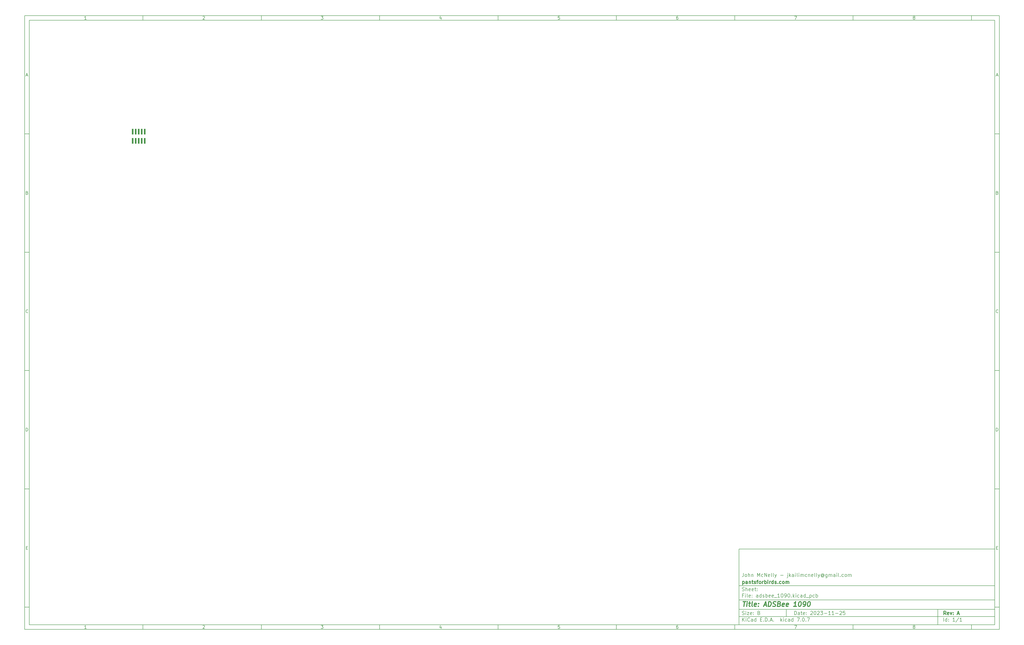
<source format=gbr>
G04 #@! TF.GenerationSoftware,KiCad,Pcbnew,7.0.7*
G04 #@! TF.CreationDate,2023-11-25T16:39:24-08:00*
G04 #@! TF.ProjectId,adsbee_1090,61647362-6565-45f3-9130-39302e6b6963,A*
G04 #@! TF.SameCoordinates,Original*
G04 #@! TF.FileFunction,Paste,Bot*
G04 #@! TF.FilePolarity,Positive*
%FSLAX46Y46*%
G04 Gerber Fmt 4.6, Leading zero omitted, Abs format (unit mm)*
G04 Created by KiCad (PCBNEW 7.0.7) date 2023-11-25 16:39:24*
%MOMM*%
%LPD*%
G01*
G04 APERTURE LIST*
%ADD10C,0.100000*%
%ADD11C,0.150000*%
%ADD12C,0.300000*%
%ADD13C,0.400000*%
%ADD14R,0.740000X2.400000*%
G04 APERTURE END LIST*
D10*
D11*
X311800000Y-235400000D02*
X419800000Y-235400000D01*
X419800000Y-267400000D01*
X311800000Y-267400000D01*
X311800000Y-235400000D01*
D10*
D11*
X10000000Y-10000000D02*
X421800000Y-10000000D01*
X421800000Y-269400000D01*
X10000000Y-269400000D01*
X10000000Y-10000000D01*
D10*
D11*
X12000000Y-12000000D02*
X419800000Y-12000000D01*
X419800000Y-267400000D01*
X12000000Y-267400000D01*
X12000000Y-12000000D01*
D10*
D11*
X60000000Y-12000000D02*
X60000000Y-10000000D01*
D10*
D11*
X110000000Y-12000000D02*
X110000000Y-10000000D01*
D10*
D11*
X160000000Y-12000000D02*
X160000000Y-10000000D01*
D10*
D11*
X210000000Y-12000000D02*
X210000000Y-10000000D01*
D10*
D11*
X260000000Y-12000000D02*
X260000000Y-10000000D01*
D10*
D11*
X310000000Y-12000000D02*
X310000000Y-10000000D01*
D10*
D11*
X360000000Y-12000000D02*
X360000000Y-10000000D01*
D10*
D11*
X410000000Y-12000000D02*
X410000000Y-10000000D01*
D10*
D11*
X36089160Y-11593604D02*
X35346303Y-11593604D01*
X35717731Y-11593604D02*
X35717731Y-10293604D01*
X35717731Y-10293604D02*
X35593922Y-10479319D01*
X35593922Y-10479319D02*
X35470112Y-10603128D01*
X35470112Y-10603128D02*
X35346303Y-10665033D01*
D10*
D11*
X85346303Y-10417414D02*
X85408207Y-10355509D01*
X85408207Y-10355509D02*
X85532017Y-10293604D01*
X85532017Y-10293604D02*
X85841541Y-10293604D01*
X85841541Y-10293604D02*
X85965350Y-10355509D01*
X85965350Y-10355509D02*
X86027255Y-10417414D01*
X86027255Y-10417414D02*
X86089160Y-10541223D01*
X86089160Y-10541223D02*
X86089160Y-10665033D01*
X86089160Y-10665033D02*
X86027255Y-10850747D01*
X86027255Y-10850747D02*
X85284398Y-11593604D01*
X85284398Y-11593604D02*
X86089160Y-11593604D01*
D10*
D11*
X135284398Y-10293604D02*
X136089160Y-10293604D01*
X136089160Y-10293604D02*
X135655826Y-10788842D01*
X135655826Y-10788842D02*
X135841541Y-10788842D01*
X135841541Y-10788842D02*
X135965350Y-10850747D01*
X135965350Y-10850747D02*
X136027255Y-10912652D01*
X136027255Y-10912652D02*
X136089160Y-11036461D01*
X136089160Y-11036461D02*
X136089160Y-11345985D01*
X136089160Y-11345985D02*
X136027255Y-11469795D01*
X136027255Y-11469795D02*
X135965350Y-11531700D01*
X135965350Y-11531700D02*
X135841541Y-11593604D01*
X135841541Y-11593604D02*
X135470112Y-11593604D01*
X135470112Y-11593604D02*
X135346303Y-11531700D01*
X135346303Y-11531700D02*
X135284398Y-11469795D01*
D10*
D11*
X185965350Y-10726938D02*
X185965350Y-11593604D01*
X185655826Y-10231700D02*
X185346303Y-11160271D01*
X185346303Y-11160271D02*
X186151064Y-11160271D01*
D10*
D11*
X236027255Y-10293604D02*
X235408207Y-10293604D01*
X235408207Y-10293604D02*
X235346303Y-10912652D01*
X235346303Y-10912652D02*
X235408207Y-10850747D01*
X235408207Y-10850747D02*
X235532017Y-10788842D01*
X235532017Y-10788842D02*
X235841541Y-10788842D01*
X235841541Y-10788842D02*
X235965350Y-10850747D01*
X235965350Y-10850747D02*
X236027255Y-10912652D01*
X236027255Y-10912652D02*
X236089160Y-11036461D01*
X236089160Y-11036461D02*
X236089160Y-11345985D01*
X236089160Y-11345985D02*
X236027255Y-11469795D01*
X236027255Y-11469795D02*
X235965350Y-11531700D01*
X235965350Y-11531700D02*
X235841541Y-11593604D01*
X235841541Y-11593604D02*
X235532017Y-11593604D01*
X235532017Y-11593604D02*
X235408207Y-11531700D01*
X235408207Y-11531700D02*
X235346303Y-11469795D01*
D10*
D11*
X285965350Y-10293604D02*
X285717731Y-10293604D01*
X285717731Y-10293604D02*
X285593922Y-10355509D01*
X285593922Y-10355509D02*
X285532017Y-10417414D01*
X285532017Y-10417414D02*
X285408207Y-10603128D01*
X285408207Y-10603128D02*
X285346303Y-10850747D01*
X285346303Y-10850747D02*
X285346303Y-11345985D01*
X285346303Y-11345985D02*
X285408207Y-11469795D01*
X285408207Y-11469795D02*
X285470112Y-11531700D01*
X285470112Y-11531700D02*
X285593922Y-11593604D01*
X285593922Y-11593604D02*
X285841541Y-11593604D01*
X285841541Y-11593604D02*
X285965350Y-11531700D01*
X285965350Y-11531700D02*
X286027255Y-11469795D01*
X286027255Y-11469795D02*
X286089160Y-11345985D01*
X286089160Y-11345985D02*
X286089160Y-11036461D01*
X286089160Y-11036461D02*
X286027255Y-10912652D01*
X286027255Y-10912652D02*
X285965350Y-10850747D01*
X285965350Y-10850747D02*
X285841541Y-10788842D01*
X285841541Y-10788842D02*
X285593922Y-10788842D01*
X285593922Y-10788842D02*
X285470112Y-10850747D01*
X285470112Y-10850747D02*
X285408207Y-10912652D01*
X285408207Y-10912652D02*
X285346303Y-11036461D01*
D10*
D11*
X335284398Y-10293604D02*
X336151064Y-10293604D01*
X336151064Y-10293604D02*
X335593922Y-11593604D01*
D10*
D11*
X385593922Y-10850747D02*
X385470112Y-10788842D01*
X385470112Y-10788842D02*
X385408207Y-10726938D01*
X385408207Y-10726938D02*
X385346303Y-10603128D01*
X385346303Y-10603128D02*
X385346303Y-10541223D01*
X385346303Y-10541223D02*
X385408207Y-10417414D01*
X385408207Y-10417414D02*
X385470112Y-10355509D01*
X385470112Y-10355509D02*
X385593922Y-10293604D01*
X385593922Y-10293604D02*
X385841541Y-10293604D01*
X385841541Y-10293604D02*
X385965350Y-10355509D01*
X385965350Y-10355509D02*
X386027255Y-10417414D01*
X386027255Y-10417414D02*
X386089160Y-10541223D01*
X386089160Y-10541223D02*
X386089160Y-10603128D01*
X386089160Y-10603128D02*
X386027255Y-10726938D01*
X386027255Y-10726938D02*
X385965350Y-10788842D01*
X385965350Y-10788842D02*
X385841541Y-10850747D01*
X385841541Y-10850747D02*
X385593922Y-10850747D01*
X385593922Y-10850747D02*
X385470112Y-10912652D01*
X385470112Y-10912652D02*
X385408207Y-10974557D01*
X385408207Y-10974557D02*
X385346303Y-11098366D01*
X385346303Y-11098366D02*
X385346303Y-11345985D01*
X385346303Y-11345985D02*
X385408207Y-11469795D01*
X385408207Y-11469795D02*
X385470112Y-11531700D01*
X385470112Y-11531700D02*
X385593922Y-11593604D01*
X385593922Y-11593604D02*
X385841541Y-11593604D01*
X385841541Y-11593604D02*
X385965350Y-11531700D01*
X385965350Y-11531700D02*
X386027255Y-11469795D01*
X386027255Y-11469795D02*
X386089160Y-11345985D01*
X386089160Y-11345985D02*
X386089160Y-11098366D01*
X386089160Y-11098366D02*
X386027255Y-10974557D01*
X386027255Y-10974557D02*
X385965350Y-10912652D01*
X385965350Y-10912652D02*
X385841541Y-10850747D01*
D10*
D11*
X60000000Y-267400000D02*
X60000000Y-269400000D01*
D10*
D11*
X110000000Y-267400000D02*
X110000000Y-269400000D01*
D10*
D11*
X160000000Y-267400000D02*
X160000000Y-269400000D01*
D10*
D11*
X210000000Y-267400000D02*
X210000000Y-269400000D01*
D10*
D11*
X260000000Y-267400000D02*
X260000000Y-269400000D01*
D10*
D11*
X310000000Y-267400000D02*
X310000000Y-269400000D01*
D10*
D11*
X360000000Y-267400000D02*
X360000000Y-269400000D01*
D10*
D11*
X410000000Y-267400000D02*
X410000000Y-269400000D01*
D10*
D11*
X36089160Y-268993604D02*
X35346303Y-268993604D01*
X35717731Y-268993604D02*
X35717731Y-267693604D01*
X35717731Y-267693604D02*
X35593922Y-267879319D01*
X35593922Y-267879319D02*
X35470112Y-268003128D01*
X35470112Y-268003128D02*
X35346303Y-268065033D01*
D10*
D11*
X85346303Y-267817414D02*
X85408207Y-267755509D01*
X85408207Y-267755509D02*
X85532017Y-267693604D01*
X85532017Y-267693604D02*
X85841541Y-267693604D01*
X85841541Y-267693604D02*
X85965350Y-267755509D01*
X85965350Y-267755509D02*
X86027255Y-267817414D01*
X86027255Y-267817414D02*
X86089160Y-267941223D01*
X86089160Y-267941223D02*
X86089160Y-268065033D01*
X86089160Y-268065033D02*
X86027255Y-268250747D01*
X86027255Y-268250747D02*
X85284398Y-268993604D01*
X85284398Y-268993604D02*
X86089160Y-268993604D01*
D10*
D11*
X135284398Y-267693604D02*
X136089160Y-267693604D01*
X136089160Y-267693604D02*
X135655826Y-268188842D01*
X135655826Y-268188842D02*
X135841541Y-268188842D01*
X135841541Y-268188842D02*
X135965350Y-268250747D01*
X135965350Y-268250747D02*
X136027255Y-268312652D01*
X136027255Y-268312652D02*
X136089160Y-268436461D01*
X136089160Y-268436461D02*
X136089160Y-268745985D01*
X136089160Y-268745985D02*
X136027255Y-268869795D01*
X136027255Y-268869795D02*
X135965350Y-268931700D01*
X135965350Y-268931700D02*
X135841541Y-268993604D01*
X135841541Y-268993604D02*
X135470112Y-268993604D01*
X135470112Y-268993604D02*
X135346303Y-268931700D01*
X135346303Y-268931700D02*
X135284398Y-268869795D01*
D10*
D11*
X185965350Y-268126938D02*
X185965350Y-268993604D01*
X185655826Y-267631700D02*
X185346303Y-268560271D01*
X185346303Y-268560271D02*
X186151064Y-268560271D01*
D10*
D11*
X236027255Y-267693604D02*
X235408207Y-267693604D01*
X235408207Y-267693604D02*
X235346303Y-268312652D01*
X235346303Y-268312652D02*
X235408207Y-268250747D01*
X235408207Y-268250747D02*
X235532017Y-268188842D01*
X235532017Y-268188842D02*
X235841541Y-268188842D01*
X235841541Y-268188842D02*
X235965350Y-268250747D01*
X235965350Y-268250747D02*
X236027255Y-268312652D01*
X236027255Y-268312652D02*
X236089160Y-268436461D01*
X236089160Y-268436461D02*
X236089160Y-268745985D01*
X236089160Y-268745985D02*
X236027255Y-268869795D01*
X236027255Y-268869795D02*
X235965350Y-268931700D01*
X235965350Y-268931700D02*
X235841541Y-268993604D01*
X235841541Y-268993604D02*
X235532017Y-268993604D01*
X235532017Y-268993604D02*
X235408207Y-268931700D01*
X235408207Y-268931700D02*
X235346303Y-268869795D01*
D10*
D11*
X285965350Y-267693604D02*
X285717731Y-267693604D01*
X285717731Y-267693604D02*
X285593922Y-267755509D01*
X285593922Y-267755509D02*
X285532017Y-267817414D01*
X285532017Y-267817414D02*
X285408207Y-268003128D01*
X285408207Y-268003128D02*
X285346303Y-268250747D01*
X285346303Y-268250747D02*
X285346303Y-268745985D01*
X285346303Y-268745985D02*
X285408207Y-268869795D01*
X285408207Y-268869795D02*
X285470112Y-268931700D01*
X285470112Y-268931700D02*
X285593922Y-268993604D01*
X285593922Y-268993604D02*
X285841541Y-268993604D01*
X285841541Y-268993604D02*
X285965350Y-268931700D01*
X285965350Y-268931700D02*
X286027255Y-268869795D01*
X286027255Y-268869795D02*
X286089160Y-268745985D01*
X286089160Y-268745985D02*
X286089160Y-268436461D01*
X286089160Y-268436461D02*
X286027255Y-268312652D01*
X286027255Y-268312652D02*
X285965350Y-268250747D01*
X285965350Y-268250747D02*
X285841541Y-268188842D01*
X285841541Y-268188842D02*
X285593922Y-268188842D01*
X285593922Y-268188842D02*
X285470112Y-268250747D01*
X285470112Y-268250747D02*
X285408207Y-268312652D01*
X285408207Y-268312652D02*
X285346303Y-268436461D01*
D10*
D11*
X335284398Y-267693604D02*
X336151064Y-267693604D01*
X336151064Y-267693604D02*
X335593922Y-268993604D01*
D10*
D11*
X385593922Y-268250747D02*
X385470112Y-268188842D01*
X385470112Y-268188842D02*
X385408207Y-268126938D01*
X385408207Y-268126938D02*
X385346303Y-268003128D01*
X385346303Y-268003128D02*
X385346303Y-267941223D01*
X385346303Y-267941223D02*
X385408207Y-267817414D01*
X385408207Y-267817414D02*
X385470112Y-267755509D01*
X385470112Y-267755509D02*
X385593922Y-267693604D01*
X385593922Y-267693604D02*
X385841541Y-267693604D01*
X385841541Y-267693604D02*
X385965350Y-267755509D01*
X385965350Y-267755509D02*
X386027255Y-267817414D01*
X386027255Y-267817414D02*
X386089160Y-267941223D01*
X386089160Y-267941223D02*
X386089160Y-268003128D01*
X386089160Y-268003128D02*
X386027255Y-268126938D01*
X386027255Y-268126938D02*
X385965350Y-268188842D01*
X385965350Y-268188842D02*
X385841541Y-268250747D01*
X385841541Y-268250747D02*
X385593922Y-268250747D01*
X385593922Y-268250747D02*
X385470112Y-268312652D01*
X385470112Y-268312652D02*
X385408207Y-268374557D01*
X385408207Y-268374557D02*
X385346303Y-268498366D01*
X385346303Y-268498366D02*
X385346303Y-268745985D01*
X385346303Y-268745985D02*
X385408207Y-268869795D01*
X385408207Y-268869795D02*
X385470112Y-268931700D01*
X385470112Y-268931700D02*
X385593922Y-268993604D01*
X385593922Y-268993604D02*
X385841541Y-268993604D01*
X385841541Y-268993604D02*
X385965350Y-268931700D01*
X385965350Y-268931700D02*
X386027255Y-268869795D01*
X386027255Y-268869795D02*
X386089160Y-268745985D01*
X386089160Y-268745985D02*
X386089160Y-268498366D01*
X386089160Y-268498366D02*
X386027255Y-268374557D01*
X386027255Y-268374557D02*
X385965350Y-268312652D01*
X385965350Y-268312652D02*
X385841541Y-268250747D01*
D10*
D11*
X10000000Y-60000000D02*
X12000000Y-60000000D01*
D10*
D11*
X10000000Y-110000000D02*
X12000000Y-110000000D01*
D10*
D11*
X10000000Y-160000000D02*
X12000000Y-160000000D01*
D10*
D11*
X10000000Y-210000000D02*
X12000000Y-210000000D01*
D10*
D11*
X10000000Y-260000000D02*
X12000000Y-260000000D01*
D10*
D11*
X10690476Y-35222176D02*
X11309523Y-35222176D01*
X10566666Y-35593604D02*
X10999999Y-34293604D01*
X10999999Y-34293604D02*
X11433333Y-35593604D01*
D10*
D11*
X11092857Y-84912652D02*
X11278571Y-84974557D01*
X11278571Y-84974557D02*
X11340476Y-85036461D01*
X11340476Y-85036461D02*
X11402380Y-85160271D01*
X11402380Y-85160271D02*
X11402380Y-85345985D01*
X11402380Y-85345985D02*
X11340476Y-85469795D01*
X11340476Y-85469795D02*
X11278571Y-85531700D01*
X11278571Y-85531700D02*
X11154761Y-85593604D01*
X11154761Y-85593604D02*
X10659523Y-85593604D01*
X10659523Y-85593604D02*
X10659523Y-84293604D01*
X10659523Y-84293604D02*
X11092857Y-84293604D01*
X11092857Y-84293604D02*
X11216666Y-84355509D01*
X11216666Y-84355509D02*
X11278571Y-84417414D01*
X11278571Y-84417414D02*
X11340476Y-84541223D01*
X11340476Y-84541223D02*
X11340476Y-84665033D01*
X11340476Y-84665033D02*
X11278571Y-84788842D01*
X11278571Y-84788842D02*
X11216666Y-84850747D01*
X11216666Y-84850747D02*
X11092857Y-84912652D01*
X11092857Y-84912652D02*
X10659523Y-84912652D01*
D10*
D11*
X11402380Y-135469795D02*
X11340476Y-135531700D01*
X11340476Y-135531700D02*
X11154761Y-135593604D01*
X11154761Y-135593604D02*
X11030952Y-135593604D01*
X11030952Y-135593604D02*
X10845238Y-135531700D01*
X10845238Y-135531700D02*
X10721428Y-135407890D01*
X10721428Y-135407890D02*
X10659523Y-135284080D01*
X10659523Y-135284080D02*
X10597619Y-135036461D01*
X10597619Y-135036461D02*
X10597619Y-134850747D01*
X10597619Y-134850747D02*
X10659523Y-134603128D01*
X10659523Y-134603128D02*
X10721428Y-134479319D01*
X10721428Y-134479319D02*
X10845238Y-134355509D01*
X10845238Y-134355509D02*
X11030952Y-134293604D01*
X11030952Y-134293604D02*
X11154761Y-134293604D01*
X11154761Y-134293604D02*
X11340476Y-134355509D01*
X11340476Y-134355509D02*
X11402380Y-134417414D01*
D10*
D11*
X10659523Y-185593604D02*
X10659523Y-184293604D01*
X10659523Y-184293604D02*
X10969047Y-184293604D01*
X10969047Y-184293604D02*
X11154761Y-184355509D01*
X11154761Y-184355509D02*
X11278571Y-184479319D01*
X11278571Y-184479319D02*
X11340476Y-184603128D01*
X11340476Y-184603128D02*
X11402380Y-184850747D01*
X11402380Y-184850747D02*
X11402380Y-185036461D01*
X11402380Y-185036461D02*
X11340476Y-185284080D01*
X11340476Y-185284080D02*
X11278571Y-185407890D01*
X11278571Y-185407890D02*
X11154761Y-185531700D01*
X11154761Y-185531700D02*
X10969047Y-185593604D01*
X10969047Y-185593604D02*
X10659523Y-185593604D01*
D10*
D11*
X10721428Y-234912652D02*
X11154762Y-234912652D01*
X11340476Y-235593604D02*
X10721428Y-235593604D01*
X10721428Y-235593604D02*
X10721428Y-234293604D01*
X10721428Y-234293604D02*
X11340476Y-234293604D01*
D10*
D11*
X421800000Y-60000000D02*
X419800000Y-60000000D01*
D10*
D11*
X421800000Y-110000000D02*
X419800000Y-110000000D01*
D10*
D11*
X421800000Y-160000000D02*
X419800000Y-160000000D01*
D10*
D11*
X421800000Y-210000000D02*
X419800000Y-210000000D01*
D10*
D11*
X421800000Y-260000000D02*
X419800000Y-260000000D01*
D10*
D11*
X420490476Y-35222176D02*
X421109523Y-35222176D01*
X420366666Y-35593604D02*
X420799999Y-34293604D01*
X420799999Y-34293604D02*
X421233333Y-35593604D01*
D10*
D11*
X420892857Y-84912652D02*
X421078571Y-84974557D01*
X421078571Y-84974557D02*
X421140476Y-85036461D01*
X421140476Y-85036461D02*
X421202380Y-85160271D01*
X421202380Y-85160271D02*
X421202380Y-85345985D01*
X421202380Y-85345985D02*
X421140476Y-85469795D01*
X421140476Y-85469795D02*
X421078571Y-85531700D01*
X421078571Y-85531700D02*
X420954761Y-85593604D01*
X420954761Y-85593604D02*
X420459523Y-85593604D01*
X420459523Y-85593604D02*
X420459523Y-84293604D01*
X420459523Y-84293604D02*
X420892857Y-84293604D01*
X420892857Y-84293604D02*
X421016666Y-84355509D01*
X421016666Y-84355509D02*
X421078571Y-84417414D01*
X421078571Y-84417414D02*
X421140476Y-84541223D01*
X421140476Y-84541223D02*
X421140476Y-84665033D01*
X421140476Y-84665033D02*
X421078571Y-84788842D01*
X421078571Y-84788842D02*
X421016666Y-84850747D01*
X421016666Y-84850747D02*
X420892857Y-84912652D01*
X420892857Y-84912652D02*
X420459523Y-84912652D01*
D10*
D11*
X421202380Y-135469795D02*
X421140476Y-135531700D01*
X421140476Y-135531700D02*
X420954761Y-135593604D01*
X420954761Y-135593604D02*
X420830952Y-135593604D01*
X420830952Y-135593604D02*
X420645238Y-135531700D01*
X420645238Y-135531700D02*
X420521428Y-135407890D01*
X420521428Y-135407890D02*
X420459523Y-135284080D01*
X420459523Y-135284080D02*
X420397619Y-135036461D01*
X420397619Y-135036461D02*
X420397619Y-134850747D01*
X420397619Y-134850747D02*
X420459523Y-134603128D01*
X420459523Y-134603128D02*
X420521428Y-134479319D01*
X420521428Y-134479319D02*
X420645238Y-134355509D01*
X420645238Y-134355509D02*
X420830952Y-134293604D01*
X420830952Y-134293604D02*
X420954761Y-134293604D01*
X420954761Y-134293604D02*
X421140476Y-134355509D01*
X421140476Y-134355509D02*
X421202380Y-134417414D01*
D10*
D11*
X420459523Y-185593604D02*
X420459523Y-184293604D01*
X420459523Y-184293604D02*
X420769047Y-184293604D01*
X420769047Y-184293604D02*
X420954761Y-184355509D01*
X420954761Y-184355509D02*
X421078571Y-184479319D01*
X421078571Y-184479319D02*
X421140476Y-184603128D01*
X421140476Y-184603128D02*
X421202380Y-184850747D01*
X421202380Y-184850747D02*
X421202380Y-185036461D01*
X421202380Y-185036461D02*
X421140476Y-185284080D01*
X421140476Y-185284080D02*
X421078571Y-185407890D01*
X421078571Y-185407890D02*
X420954761Y-185531700D01*
X420954761Y-185531700D02*
X420769047Y-185593604D01*
X420769047Y-185593604D02*
X420459523Y-185593604D01*
D10*
D11*
X420521428Y-234912652D02*
X420954762Y-234912652D01*
X421140476Y-235593604D02*
X420521428Y-235593604D01*
X420521428Y-235593604D02*
X420521428Y-234293604D01*
X420521428Y-234293604D02*
X421140476Y-234293604D01*
D10*
D11*
X335255826Y-263186128D02*
X335255826Y-261686128D01*
X335255826Y-261686128D02*
X335612969Y-261686128D01*
X335612969Y-261686128D02*
X335827255Y-261757557D01*
X335827255Y-261757557D02*
X335970112Y-261900414D01*
X335970112Y-261900414D02*
X336041541Y-262043271D01*
X336041541Y-262043271D02*
X336112969Y-262328985D01*
X336112969Y-262328985D02*
X336112969Y-262543271D01*
X336112969Y-262543271D02*
X336041541Y-262828985D01*
X336041541Y-262828985D02*
X335970112Y-262971842D01*
X335970112Y-262971842D02*
X335827255Y-263114700D01*
X335827255Y-263114700D02*
X335612969Y-263186128D01*
X335612969Y-263186128D02*
X335255826Y-263186128D01*
X337398684Y-263186128D02*
X337398684Y-262400414D01*
X337398684Y-262400414D02*
X337327255Y-262257557D01*
X337327255Y-262257557D02*
X337184398Y-262186128D01*
X337184398Y-262186128D02*
X336898684Y-262186128D01*
X336898684Y-262186128D02*
X336755826Y-262257557D01*
X337398684Y-263114700D02*
X337255826Y-263186128D01*
X337255826Y-263186128D02*
X336898684Y-263186128D01*
X336898684Y-263186128D02*
X336755826Y-263114700D01*
X336755826Y-263114700D02*
X336684398Y-262971842D01*
X336684398Y-262971842D02*
X336684398Y-262828985D01*
X336684398Y-262828985D02*
X336755826Y-262686128D01*
X336755826Y-262686128D02*
X336898684Y-262614700D01*
X336898684Y-262614700D02*
X337255826Y-262614700D01*
X337255826Y-262614700D02*
X337398684Y-262543271D01*
X337898684Y-262186128D02*
X338470112Y-262186128D01*
X338112969Y-261686128D02*
X338112969Y-262971842D01*
X338112969Y-262971842D02*
X338184398Y-263114700D01*
X338184398Y-263114700D02*
X338327255Y-263186128D01*
X338327255Y-263186128D02*
X338470112Y-263186128D01*
X339541541Y-263114700D02*
X339398684Y-263186128D01*
X339398684Y-263186128D02*
X339112970Y-263186128D01*
X339112970Y-263186128D02*
X338970112Y-263114700D01*
X338970112Y-263114700D02*
X338898684Y-262971842D01*
X338898684Y-262971842D02*
X338898684Y-262400414D01*
X338898684Y-262400414D02*
X338970112Y-262257557D01*
X338970112Y-262257557D02*
X339112970Y-262186128D01*
X339112970Y-262186128D02*
X339398684Y-262186128D01*
X339398684Y-262186128D02*
X339541541Y-262257557D01*
X339541541Y-262257557D02*
X339612970Y-262400414D01*
X339612970Y-262400414D02*
X339612970Y-262543271D01*
X339612970Y-262543271D02*
X338898684Y-262686128D01*
X340255826Y-263043271D02*
X340327255Y-263114700D01*
X340327255Y-263114700D02*
X340255826Y-263186128D01*
X340255826Y-263186128D02*
X340184398Y-263114700D01*
X340184398Y-263114700D02*
X340255826Y-263043271D01*
X340255826Y-263043271D02*
X340255826Y-263186128D01*
X340255826Y-262257557D02*
X340327255Y-262328985D01*
X340327255Y-262328985D02*
X340255826Y-262400414D01*
X340255826Y-262400414D02*
X340184398Y-262328985D01*
X340184398Y-262328985D02*
X340255826Y-262257557D01*
X340255826Y-262257557D02*
X340255826Y-262400414D01*
X342041541Y-261828985D02*
X342112969Y-261757557D01*
X342112969Y-261757557D02*
X342255827Y-261686128D01*
X342255827Y-261686128D02*
X342612969Y-261686128D01*
X342612969Y-261686128D02*
X342755827Y-261757557D01*
X342755827Y-261757557D02*
X342827255Y-261828985D01*
X342827255Y-261828985D02*
X342898684Y-261971842D01*
X342898684Y-261971842D02*
X342898684Y-262114700D01*
X342898684Y-262114700D02*
X342827255Y-262328985D01*
X342827255Y-262328985D02*
X341970112Y-263186128D01*
X341970112Y-263186128D02*
X342898684Y-263186128D01*
X343827255Y-261686128D02*
X343970112Y-261686128D01*
X343970112Y-261686128D02*
X344112969Y-261757557D01*
X344112969Y-261757557D02*
X344184398Y-261828985D01*
X344184398Y-261828985D02*
X344255826Y-261971842D01*
X344255826Y-261971842D02*
X344327255Y-262257557D01*
X344327255Y-262257557D02*
X344327255Y-262614700D01*
X344327255Y-262614700D02*
X344255826Y-262900414D01*
X344255826Y-262900414D02*
X344184398Y-263043271D01*
X344184398Y-263043271D02*
X344112969Y-263114700D01*
X344112969Y-263114700D02*
X343970112Y-263186128D01*
X343970112Y-263186128D02*
X343827255Y-263186128D01*
X343827255Y-263186128D02*
X343684398Y-263114700D01*
X343684398Y-263114700D02*
X343612969Y-263043271D01*
X343612969Y-263043271D02*
X343541540Y-262900414D01*
X343541540Y-262900414D02*
X343470112Y-262614700D01*
X343470112Y-262614700D02*
X343470112Y-262257557D01*
X343470112Y-262257557D02*
X343541540Y-261971842D01*
X343541540Y-261971842D02*
X343612969Y-261828985D01*
X343612969Y-261828985D02*
X343684398Y-261757557D01*
X343684398Y-261757557D02*
X343827255Y-261686128D01*
X344898683Y-261828985D02*
X344970111Y-261757557D01*
X344970111Y-261757557D02*
X345112969Y-261686128D01*
X345112969Y-261686128D02*
X345470111Y-261686128D01*
X345470111Y-261686128D02*
X345612969Y-261757557D01*
X345612969Y-261757557D02*
X345684397Y-261828985D01*
X345684397Y-261828985D02*
X345755826Y-261971842D01*
X345755826Y-261971842D02*
X345755826Y-262114700D01*
X345755826Y-262114700D02*
X345684397Y-262328985D01*
X345684397Y-262328985D02*
X344827254Y-263186128D01*
X344827254Y-263186128D02*
X345755826Y-263186128D01*
X346255825Y-261686128D02*
X347184397Y-261686128D01*
X347184397Y-261686128D02*
X346684397Y-262257557D01*
X346684397Y-262257557D02*
X346898682Y-262257557D01*
X346898682Y-262257557D02*
X347041540Y-262328985D01*
X347041540Y-262328985D02*
X347112968Y-262400414D01*
X347112968Y-262400414D02*
X347184397Y-262543271D01*
X347184397Y-262543271D02*
X347184397Y-262900414D01*
X347184397Y-262900414D02*
X347112968Y-263043271D01*
X347112968Y-263043271D02*
X347041540Y-263114700D01*
X347041540Y-263114700D02*
X346898682Y-263186128D01*
X346898682Y-263186128D02*
X346470111Y-263186128D01*
X346470111Y-263186128D02*
X346327254Y-263114700D01*
X346327254Y-263114700D02*
X346255825Y-263043271D01*
X347827253Y-262614700D02*
X348970111Y-262614700D01*
X350470111Y-263186128D02*
X349612968Y-263186128D01*
X350041539Y-263186128D02*
X350041539Y-261686128D01*
X350041539Y-261686128D02*
X349898682Y-261900414D01*
X349898682Y-261900414D02*
X349755825Y-262043271D01*
X349755825Y-262043271D02*
X349612968Y-262114700D01*
X351898682Y-263186128D02*
X351041539Y-263186128D01*
X351470110Y-263186128D02*
X351470110Y-261686128D01*
X351470110Y-261686128D02*
X351327253Y-261900414D01*
X351327253Y-261900414D02*
X351184396Y-262043271D01*
X351184396Y-262043271D02*
X351041539Y-262114700D01*
X352541538Y-262614700D02*
X353684396Y-262614700D01*
X354327253Y-261828985D02*
X354398681Y-261757557D01*
X354398681Y-261757557D02*
X354541539Y-261686128D01*
X354541539Y-261686128D02*
X354898681Y-261686128D01*
X354898681Y-261686128D02*
X355041539Y-261757557D01*
X355041539Y-261757557D02*
X355112967Y-261828985D01*
X355112967Y-261828985D02*
X355184396Y-261971842D01*
X355184396Y-261971842D02*
X355184396Y-262114700D01*
X355184396Y-262114700D02*
X355112967Y-262328985D01*
X355112967Y-262328985D02*
X354255824Y-263186128D01*
X354255824Y-263186128D02*
X355184396Y-263186128D01*
X356541538Y-261686128D02*
X355827252Y-261686128D01*
X355827252Y-261686128D02*
X355755824Y-262400414D01*
X355755824Y-262400414D02*
X355827252Y-262328985D01*
X355827252Y-262328985D02*
X355970110Y-262257557D01*
X355970110Y-262257557D02*
X356327252Y-262257557D01*
X356327252Y-262257557D02*
X356470110Y-262328985D01*
X356470110Y-262328985D02*
X356541538Y-262400414D01*
X356541538Y-262400414D02*
X356612967Y-262543271D01*
X356612967Y-262543271D02*
X356612967Y-262900414D01*
X356612967Y-262900414D02*
X356541538Y-263043271D01*
X356541538Y-263043271D02*
X356470110Y-263114700D01*
X356470110Y-263114700D02*
X356327252Y-263186128D01*
X356327252Y-263186128D02*
X355970110Y-263186128D01*
X355970110Y-263186128D02*
X355827252Y-263114700D01*
X355827252Y-263114700D02*
X355755824Y-263043271D01*
D10*
D11*
X311800000Y-263900000D02*
X419800000Y-263900000D01*
D10*
D11*
X313255826Y-265986128D02*
X313255826Y-264486128D01*
X314112969Y-265986128D02*
X313470112Y-265128985D01*
X314112969Y-264486128D02*
X313255826Y-265343271D01*
X314755826Y-265986128D02*
X314755826Y-264986128D01*
X314755826Y-264486128D02*
X314684398Y-264557557D01*
X314684398Y-264557557D02*
X314755826Y-264628985D01*
X314755826Y-264628985D02*
X314827255Y-264557557D01*
X314827255Y-264557557D02*
X314755826Y-264486128D01*
X314755826Y-264486128D02*
X314755826Y-264628985D01*
X316327255Y-265843271D02*
X316255827Y-265914700D01*
X316255827Y-265914700D02*
X316041541Y-265986128D01*
X316041541Y-265986128D02*
X315898684Y-265986128D01*
X315898684Y-265986128D02*
X315684398Y-265914700D01*
X315684398Y-265914700D02*
X315541541Y-265771842D01*
X315541541Y-265771842D02*
X315470112Y-265628985D01*
X315470112Y-265628985D02*
X315398684Y-265343271D01*
X315398684Y-265343271D02*
X315398684Y-265128985D01*
X315398684Y-265128985D02*
X315470112Y-264843271D01*
X315470112Y-264843271D02*
X315541541Y-264700414D01*
X315541541Y-264700414D02*
X315684398Y-264557557D01*
X315684398Y-264557557D02*
X315898684Y-264486128D01*
X315898684Y-264486128D02*
X316041541Y-264486128D01*
X316041541Y-264486128D02*
X316255827Y-264557557D01*
X316255827Y-264557557D02*
X316327255Y-264628985D01*
X317612970Y-265986128D02*
X317612970Y-265200414D01*
X317612970Y-265200414D02*
X317541541Y-265057557D01*
X317541541Y-265057557D02*
X317398684Y-264986128D01*
X317398684Y-264986128D02*
X317112970Y-264986128D01*
X317112970Y-264986128D02*
X316970112Y-265057557D01*
X317612970Y-265914700D02*
X317470112Y-265986128D01*
X317470112Y-265986128D02*
X317112970Y-265986128D01*
X317112970Y-265986128D02*
X316970112Y-265914700D01*
X316970112Y-265914700D02*
X316898684Y-265771842D01*
X316898684Y-265771842D02*
X316898684Y-265628985D01*
X316898684Y-265628985D02*
X316970112Y-265486128D01*
X316970112Y-265486128D02*
X317112970Y-265414700D01*
X317112970Y-265414700D02*
X317470112Y-265414700D01*
X317470112Y-265414700D02*
X317612970Y-265343271D01*
X318970113Y-265986128D02*
X318970113Y-264486128D01*
X318970113Y-265914700D02*
X318827255Y-265986128D01*
X318827255Y-265986128D02*
X318541541Y-265986128D01*
X318541541Y-265986128D02*
X318398684Y-265914700D01*
X318398684Y-265914700D02*
X318327255Y-265843271D01*
X318327255Y-265843271D02*
X318255827Y-265700414D01*
X318255827Y-265700414D02*
X318255827Y-265271842D01*
X318255827Y-265271842D02*
X318327255Y-265128985D01*
X318327255Y-265128985D02*
X318398684Y-265057557D01*
X318398684Y-265057557D02*
X318541541Y-264986128D01*
X318541541Y-264986128D02*
X318827255Y-264986128D01*
X318827255Y-264986128D02*
X318970113Y-265057557D01*
X320827255Y-265200414D02*
X321327255Y-265200414D01*
X321541541Y-265986128D02*
X320827255Y-265986128D01*
X320827255Y-265986128D02*
X320827255Y-264486128D01*
X320827255Y-264486128D02*
X321541541Y-264486128D01*
X322184398Y-265843271D02*
X322255827Y-265914700D01*
X322255827Y-265914700D02*
X322184398Y-265986128D01*
X322184398Y-265986128D02*
X322112970Y-265914700D01*
X322112970Y-265914700D02*
X322184398Y-265843271D01*
X322184398Y-265843271D02*
X322184398Y-265986128D01*
X322898684Y-265986128D02*
X322898684Y-264486128D01*
X322898684Y-264486128D02*
X323255827Y-264486128D01*
X323255827Y-264486128D02*
X323470113Y-264557557D01*
X323470113Y-264557557D02*
X323612970Y-264700414D01*
X323612970Y-264700414D02*
X323684399Y-264843271D01*
X323684399Y-264843271D02*
X323755827Y-265128985D01*
X323755827Y-265128985D02*
X323755827Y-265343271D01*
X323755827Y-265343271D02*
X323684399Y-265628985D01*
X323684399Y-265628985D02*
X323612970Y-265771842D01*
X323612970Y-265771842D02*
X323470113Y-265914700D01*
X323470113Y-265914700D02*
X323255827Y-265986128D01*
X323255827Y-265986128D02*
X322898684Y-265986128D01*
X324398684Y-265843271D02*
X324470113Y-265914700D01*
X324470113Y-265914700D02*
X324398684Y-265986128D01*
X324398684Y-265986128D02*
X324327256Y-265914700D01*
X324327256Y-265914700D02*
X324398684Y-265843271D01*
X324398684Y-265843271D02*
X324398684Y-265986128D01*
X325041542Y-265557557D02*
X325755828Y-265557557D01*
X324898685Y-265986128D02*
X325398685Y-264486128D01*
X325398685Y-264486128D02*
X325898685Y-265986128D01*
X326398684Y-265843271D02*
X326470113Y-265914700D01*
X326470113Y-265914700D02*
X326398684Y-265986128D01*
X326398684Y-265986128D02*
X326327256Y-265914700D01*
X326327256Y-265914700D02*
X326398684Y-265843271D01*
X326398684Y-265843271D02*
X326398684Y-265986128D01*
X329398684Y-265986128D02*
X329398684Y-264486128D01*
X329541542Y-265414700D02*
X329970113Y-265986128D01*
X329970113Y-264986128D02*
X329398684Y-265557557D01*
X330612970Y-265986128D02*
X330612970Y-264986128D01*
X330612970Y-264486128D02*
X330541542Y-264557557D01*
X330541542Y-264557557D02*
X330612970Y-264628985D01*
X330612970Y-264628985D02*
X330684399Y-264557557D01*
X330684399Y-264557557D02*
X330612970Y-264486128D01*
X330612970Y-264486128D02*
X330612970Y-264628985D01*
X331970114Y-265914700D02*
X331827256Y-265986128D01*
X331827256Y-265986128D02*
X331541542Y-265986128D01*
X331541542Y-265986128D02*
X331398685Y-265914700D01*
X331398685Y-265914700D02*
X331327256Y-265843271D01*
X331327256Y-265843271D02*
X331255828Y-265700414D01*
X331255828Y-265700414D02*
X331255828Y-265271842D01*
X331255828Y-265271842D02*
X331327256Y-265128985D01*
X331327256Y-265128985D02*
X331398685Y-265057557D01*
X331398685Y-265057557D02*
X331541542Y-264986128D01*
X331541542Y-264986128D02*
X331827256Y-264986128D01*
X331827256Y-264986128D02*
X331970114Y-265057557D01*
X333255828Y-265986128D02*
X333255828Y-265200414D01*
X333255828Y-265200414D02*
X333184399Y-265057557D01*
X333184399Y-265057557D02*
X333041542Y-264986128D01*
X333041542Y-264986128D02*
X332755828Y-264986128D01*
X332755828Y-264986128D02*
X332612970Y-265057557D01*
X333255828Y-265914700D02*
X333112970Y-265986128D01*
X333112970Y-265986128D02*
X332755828Y-265986128D01*
X332755828Y-265986128D02*
X332612970Y-265914700D01*
X332612970Y-265914700D02*
X332541542Y-265771842D01*
X332541542Y-265771842D02*
X332541542Y-265628985D01*
X332541542Y-265628985D02*
X332612970Y-265486128D01*
X332612970Y-265486128D02*
X332755828Y-265414700D01*
X332755828Y-265414700D02*
X333112970Y-265414700D01*
X333112970Y-265414700D02*
X333255828Y-265343271D01*
X334612971Y-265986128D02*
X334612971Y-264486128D01*
X334612971Y-265914700D02*
X334470113Y-265986128D01*
X334470113Y-265986128D02*
X334184399Y-265986128D01*
X334184399Y-265986128D02*
X334041542Y-265914700D01*
X334041542Y-265914700D02*
X333970113Y-265843271D01*
X333970113Y-265843271D02*
X333898685Y-265700414D01*
X333898685Y-265700414D02*
X333898685Y-265271842D01*
X333898685Y-265271842D02*
X333970113Y-265128985D01*
X333970113Y-265128985D02*
X334041542Y-265057557D01*
X334041542Y-265057557D02*
X334184399Y-264986128D01*
X334184399Y-264986128D02*
X334470113Y-264986128D01*
X334470113Y-264986128D02*
X334612971Y-265057557D01*
X336327256Y-264486128D02*
X337327256Y-264486128D01*
X337327256Y-264486128D02*
X336684399Y-265986128D01*
X337898684Y-265843271D02*
X337970113Y-265914700D01*
X337970113Y-265914700D02*
X337898684Y-265986128D01*
X337898684Y-265986128D02*
X337827256Y-265914700D01*
X337827256Y-265914700D02*
X337898684Y-265843271D01*
X337898684Y-265843271D02*
X337898684Y-265986128D01*
X338898685Y-264486128D02*
X339041542Y-264486128D01*
X339041542Y-264486128D02*
X339184399Y-264557557D01*
X339184399Y-264557557D02*
X339255828Y-264628985D01*
X339255828Y-264628985D02*
X339327256Y-264771842D01*
X339327256Y-264771842D02*
X339398685Y-265057557D01*
X339398685Y-265057557D02*
X339398685Y-265414700D01*
X339398685Y-265414700D02*
X339327256Y-265700414D01*
X339327256Y-265700414D02*
X339255828Y-265843271D01*
X339255828Y-265843271D02*
X339184399Y-265914700D01*
X339184399Y-265914700D02*
X339041542Y-265986128D01*
X339041542Y-265986128D02*
X338898685Y-265986128D01*
X338898685Y-265986128D02*
X338755828Y-265914700D01*
X338755828Y-265914700D02*
X338684399Y-265843271D01*
X338684399Y-265843271D02*
X338612970Y-265700414D01*
X338612970Y-265700414D02*
X338541542Y-265414700D01*
X338541542Y-265414700D02*
X338541542Y-265057557D01*
X338541542Y-265057557D02*
X338612970Y-264771842D01*
X338612970Y-264771842D02*
X338684399Y-264628985D01*
X338684399Y-264628985D02*
X338755828Y-264557557D01*
X338755828Y-264557557D02*
X338898685Y-264486128D01*
X340041541Y-265843271D02*
X340112970Y-265914700D01*
X340112970Y-265914700D02*
X340041541Y-265986128D01*
X340041541Y-265986128D02*
X339970113Y-265914700D01*
X339970113Y-265914700D02*
X340041541Y-265843271D01*
X340041541Y-265843271D02*
X340041541Y-265986128D01*
X340612970Y-264486128D02*
X341612970Y-264486128D01*
X341612970Y-264486128D02*
X340970113Y-265986128D01*
D10*
D11*
X311800000Y-260900000D02*
X419800000Y-260900000D01*
D10*
D12*
X399211653Y-263178328D02*
X398711653Y-262464042D01*
X398354510Y-263178328D02*
X398354510Y-261678328D01*
X398354510Y-261678328D02*
X398925939Y-261678328D01*
X398925939Y-261678328D02*
X399068796Y-261749757D01*
X399068796Y-261749757D02*
X399140225Y-261821185D01*
X399140225Y-261821185D02*
X399211653Y-261964042D01*
X399211653Y-261964042D02*
X399211653Y-262178328D01*
X399211653Y-262178328D02*
X399140225Y-262321185D01*
X399140225Y-262321185D02*
X399068796Y-262392614D01*
X399068796Y-262392614D02*
X398925939Y-262464042D01*
X398925939Y-262464042D02*
X398354510Y-262464042D01*
X400425939Y-263106900D02*
X400283082Y-263178328D01*
X400283082Y-263178328D02*
X399997368Y-263178328D01*
X399997368Y-263178328D02*
X399854510Y-263106900D01*
X399854510Y-263106900D02*
X399783082Y-262964042D01*
X399783082Y-262964042D02*
X399783082Y-262392614D01*
X399783082Y-262392614D02*
X399854510Y-262249757D01*
X399854510Y-262249757D02*
X399997368Y-262178328D01*
X399997368Y-262178328D02*
X400283082Y-262178328D01*
X400283082Y-262178328D02*
X400425939Y-262249757D01*
X400425939Y-262249757D02*
X400497368Y-262392614D01*
X400497368Y-262392614D02*
X400497368Y-262535471D01*
X400497368Y-262535471D02*
X399783082Y-262678328D01*
X400997367Y-262178328D02*
X401354510Y-263178328D01*
X401354510Y-263178328D02*
X401711653Y-262178328D01*
X402283081Y-263035471D02*
X402354510Y-263106900D01*
X402354510Y-263106900D02*
X402283081Y-263178328D01*
X402283081Y-263178328D02*
X402211653Y-263106900D01*
X402211653Y-263106900D02*
X402283081Y-263035471D01*
X402283081Y-263035471D02*
X402283081Y-263178328D01*
X402283081Y-262249757D02*
X402354510Y-262321185D01*
X402354510Y-262321185D02*
X402283081Y-262392614D01*
X402283081Y-262392614D02*
X402211653Y-262321185D01*
X402211653Y-262321185D02*
X402283081Y-262249757D01*
X402283081Y-262249757D02*
X402283081Y-262392614D01*
X404068796Y-262749757D02*
X404783082Y-262749757D01*
X403925939Y-263178328D02*
X404425939Y-261678328D01*
X404425939Y-261678328D02*
X404925939Y-263178328D01*
D10*
D11*
X313184398Y-263114700D02*
X313398684Y-263186128D01*
X313398684Y-263186128D02*
X313755826Y-263186128D01*
X313755826Y-263186128D02*
X313898684Y-263114700D01*
X313898684Y-263114700D02*
X313970112Y-263043271D01*
X313970112Y-263043271D02*
X314041541Y-262900414D01*
X314041541Y-262900414D02*
X314041541Y-262757557D01*
X314041541Y-262757557D02*
X313970112Y-262614700D01*
X313970112Y-262614700D02*
X313898684Y-262543271D01*
X313898684Y-262543271D02*
X313755826Y-262471842D01*
X313755826Y-262471842D02*
X313470112Y-262400414D01*
X313470112Y-262400414D02*
X313327255Y-262328985D01*
X313327255Y-262328985D02*
X313255826Y-262257557D01*
X313255826Y-262257557D02*
X313184398Y-262114700D01*
X313184398Y-262114700D02*
X313184398Y-261971842D01*
X313184398Y-261971842D02*
X313255826Y-261828985D01*
X313255826Y-261828985D02*
X313327255Y-261757557D01*
X313327255Y-261757557D02*
X313470112Y-261686128D01*
X313470112Y-261686128D02*
X313827255Y-261686128D01*
X313827255Y-261686128D02*
X314041541Y-261757557D01*
X314684397Y-263186128D02*
X314684397Y-262186128D01*
X314684397Y-261686128D02*
X314612969Y-261757557D01*
X314612969Y-261757557D02*
X314684397Y-261828985D01*
X314684397Y-261828985D02*
X314755826Y-261757557D01*
X314755826Y-261757557D02*
X314684397Y-261686128D01*
X314684397Y-261686128D02*
X314684397Y-261828985D01*
X315255826Y-262186128D02*
X316041541Y-262186128D01*
X316041541Y-262186128D02*
X315255826Y-263186128D01*
X315255826Y-263186128D02*
X316041541Y-263186128D01*
X317184398Y-263114700D02*
X317041541Y-263186128D01*
X317041541Y-263186128D02*
X316755827Y-263186128D01*
X316755827Y-263186128D02*
X316612969Y-263114700D01*
X316612969Y-263114700D02*
X316541541Y-262971842D01*
X316541541Y-262971842D02*
X316541541Y-262400414D01*
X316541541Y-262400414D02*
X316612969Y-262257557D01*
X316612969Y-262257557D02*
X316755827Y-262186128D01*
X316755827Y-262186128D02*
X317041541Y-262186128D01*
X317041541Y-262186128D02*
X317184398Y-262257557D01*
X317184398Y-262257557D02*
X317255827Y-262400414D01*
X317255827Y-262400414D02*
X317255827Y-262543271D01*
X317255827Y-262543271D02*
X316541541Y-262686128D01*
X317898683Y-263043271D02*
X317970112Y-263114700D01*
X317970112Y-263114700D02*
X317898683Y-263186128D01*
X317898683Y-263186128D02*
X317827255Y-263114700D01*
X317827255Y-263114700D02*
X317898683Y-263043271D01*
X317898683Y-263043271D02*
X317898683Y-263186128D01*
X317898683Y-262257557D02*
X317970112Y-262328985D01*
X317970112Y-262328985D02*
X317898683Y-262400414D01*
X317898683Y-262400414D02*
X317827255Y-262328985D01*
X317827255Y-262328985D02*
X317898683Y-262257557D01*
X317898683Y-262257557D02*
X317898683Y-262400414D01*
X320255826Y-262400414D02*
X320470112Y-262471842D01*
X320470112Y-262471842D02*
X320541541Y-262543271D01*
X320541541Y-262543271D02*
X320612969Y-262686128D01*
X320612969Y-262686128D02*
X320612969Y-262900414D01*
X320612969Y-262900414D02*
X320541541Y-263043271D01*
X320541541Y-263043271D02*
X320470112Y-263114700D01*
X320470112Y-263114700D02*
X320327255Y-263186128D01*
X320327255Y-263186128D02*
X319755826Y-263186128D01*
X319755826Y-263186128D02*
X319755826Y-261686128D01*
X319755826Y-261686128D02*
X320255826Y-261686128D01*
X320255826Y-261686128D02*
X320398684Y-261757557D01*
X320398684Y-261757557D02*
X320470112Y-261828985D01*
X320470112Y-261828985D02*
X320541541Y-261971842D01*
X320541541Y-261971842D02*
X320541541Y-262114700D01*
X320541541Y-262114700D02*
X320470112Y-262257557D01*
X320470112Y-262257557D02*
X320398684Y-262328985D01*
X320398684Y-262328985D02*
X320255826Y-262400414D01*
X320255826Y-262400414D02*
X319755826Y-262400414D01*
D10*
D11*
X398255826Y-265986128D02*
X398255826Y-264486128D01*
X399612970Y-265986128D02*
X399612970Y-264486128D01*
X399612970Y-265914700D02*
X399470112Y-265986128D01*
X399470112Y-265986128D02*
X399184398Y-265986128D01*
X399184398Y-265986128D02*
X399041541Y-265914700D01*
X399041541Y-265914700D02*
X398970112Y-265843271D01*
X398970112Y-265843271D02*
X398898684Y-265700414D01*
X398898684Y-265700414D02*
X398898684Y-265271842D01*
X398898684Y-265271842D02*
X398970112Y-265128985D01*
X398970112Y-265128985D02*
X399041541Y-265057557D01*
X399041541Y-265057557D02*
X399184398Y-264986128D01*
X399184398Y-264986128D02*
X399470112Y-264986128D01*
X399470112Y-264986128D02*
X399612970Y-265057557D01*
X400327255Y-265843271D02*
X400398684Y-265914700D01*
X400398684Y-265914700D02*
X400327255Y-265986128D01*
X400327255Y-265986128D02*
X400255827Y-265914700D01*
X400255827Y-265914700D02*
X400327255Y-265843271D01*
X400327255Y-265843271D02*
X400327255Y-265986128D01*
X400327255Y-265057557D02*
X400398684Y-265128985D01*
X400398684Y-265128985D02*
X400327255Y-265200414D01*
X400327255Y-265200414D02*
X400255827Y-265128985D01*
X400255827Y-265128985D02*
X400327255Y-265057557D01*
X400327255Y-265057557D02*
X400327255Y-265200414D01*
X402970113Y-265986128D02*
X402112970Y-265986128D01*
X402541541Y-265986128D02*
X402541541Y-264486128D01*
X402541541Y-264486128D02*
X402398684Y-264700414D01*
X402398684Y-264700414D02*
X402255827Y-264843271D01*
X402255827Y-264843271D02*
X402112970Y-264914700D01*
X404684398Y-264414700D02*
X403398684Y-266343271D01*
X405970113Y-265986128D02*
X405112970Y-265986128D01*
X405541541Y-265986128D02*
X405541541Y-264486128D01*
X405541541Y-264486128D02*
X405398684Y-264700414D01*
X405398684Y-264700414D02*
X405255827Y-264843271D01*
X405255827Y-264843271D02*
X405112970Y-264914700D01*
D10*
D11*
X311800000Y-256900000D02*
X419800000Y-256900000D01*
D10*
D13*
X313491728Y-257604438D02*
X314634585Y-257604438D01*
X313813157Y-259604438D02*
X314063157Y-257604438D01*
X315051252Y-259604438D02*
X315217919Y-258271104D01*
X315301252Y-257604438D02*
X315194109Y-257699676D01*
X315194109Y-257699676D02*
X315277443Y-257794914D01*
X315277443Y-257794914D02*
X315384586Y-257699676D01*
X315384586Y-257699676D02*
X315301252Y-257604438D01*
X315301252Y-257604438D02*
X315277443Y-257794914D01*
X315884586Y-258271104D02*
X316646490Y-258271104D01*
X316253633Y-257604438D02*
X316039348Y-259318723D01*
X316039348Y-259318723D02*
X316110776Y-259509200D01*
X316110776Y-259509200D02*
X316289348Y-259604438D01*
X316289348Y-259604438D02*
X316479824Y-259604438D01*
X317432205Y-259604438D02*
X317253633Y-259509200D01*
X317253633Y-259509200D02*
X317182205Y-259318723D01*
X317182205Y-259318723D02*
X317396490Y-257604438D01*
X318967919Y-259509200D02*
X318765538Y-259604438D01*
X318765538Y-259604438D02*
X318384585Y-259604438D01*
X318384585Y-259604438D02*
X318206014Y-259509200D01*
X318206014Y-259509200D02*
X318134585Y-259318723D01*
X318134585Y-259318723D02*
X318229824Y-258556819D01*
X318229824Y-258556819D02*
X318348871Y-258366342D01*
X318348871Y-258366342D02*
X318551252Y-258271104D01*
X318551252Y-258271104D02*
X318932204Y-258271104D01*
X318932204Y-258271104D02*
X319110776Y-258366342D01*
X319110776Y-258366342D02*
X319182204Y-258556819D01*
X319182204Y-258556819D02*
X319158395Y-258747295D01*
X319158395Y-258747295D02*
X318182204Y-258937771D01*
X319932205Y-259413961D02*
X320015538Y-259509200D01*
X320015538Y-259509200D02*
X319908395Y-259604438D01*
X319908395Y-259604438D02*
X319825062Y-259509200D01*
X319825062Y-259509200D02*
X319932205Y-259413961D01*
X319932205Y-259413961D02*
X319908395Y-259604438D01*
X320063157Y-258366342D02*
X320146490Y-258461580D01*
X320146490Y-258461580D02*
X320039348Y-258556819D01*
X320039348Y-258556819D02*
X319956014Y-258461580D01*
X319956014Y-258461580D02*
X320063157Y-258366342D01*
X320063157Y-258366342D02*
X320039348Y-258556819D01*
X322360777Y-259033009D02*
X323313158Y-259033009D01*
X322098872Y-259604438D02*
X323015539Y-257604438D01*
X323015539Y-257604438D02*
X323432205Y-259604438D01*
X324098872Y-259604438D02*
X324348872Y-257604438D01*
X324348872Y-257604438D02*
X324825063Y-257604438D01*
X324825063Y-257604438D02*
X325098872Y-257699676D01*
X325098872Y-257699676D02*
X325265539Y-257890152D01*
X325265539Y-257890152D02*
X325336967Y-258080628D01*
X325336967Y-258080628D02*
X325384587Y-258461580D01*
X325384587Y-258461580D02*
X325348872Y-258747295D01*
X325348872Y-258747295D02*
X325206015Y-259128247D01*
X325206015Y-259128247D02*
X325086967Y-259318723D01*
X325086967Y-259318723D02*
X324872682Y-259509200D01*
X324872682Y-259509200D02*
X324575063Y-259604438D01*
X324575063Y-259604438D02*
X324098872Y-259604438D01*
X326015539Y-259509200D02*
X326289348Y-259604438D01*
X326289348Y-259604438D02*
X326765539Y-259604438D01*
X326765539Y-259604438D02*
X326967920Y-259509200D01*
X326967920Y-259509200D02*
X327075063Y-259413961D01*
X327075063Y-259413961D02*
X327194110Y-259223485D01*
X327194110Y-259223485D02*
X327217920Y-259033009D01*
X327217920Y-259033009D02*
X327146491Y-258842533D01*
X327146491Y-258842533D02*
X327063158Y-258747295D01*
X327063158Y-258747295D02*
X326884587Y-258652057D01*
X326884587Y-258652057D02*
X326515539Y-258556819D01*
X326515539Y-258556819D02*
X326336967Y-258461580D01*
X326336967Y-258461580D02*
X326253634Y-258366342D01*
X326253634Y-258366342D02*
X326182206Y-258175866D01*
X326182206Y-258175866D02*
X326206015Y-257985390D01*
X326206015Y-257985390D02*
X326325063Y-257794914D01*
X326325063Y-257794914D02*
X326432206Y-257699676D01*
X326432206Y-257699676D02*
X326634587Y-257604438D01*
X326634587Y-257604438D02*
X327110777Y-257604438D01*
X327110777Y-257604438D02*
X327384587Y-257699676D01*
X328801253Y-258556819D02*
X329075063Y-258652057D01*
X329075063Y-258652057D02*
X329158396Y-258747295D01*
X329158396Y-258747295D02*
X329229825Y-258937771D01*
X329229825Y-258937771D02*
X329194110Y-259223485D01*
X329194110Y-259223485D02*
X329075063Y-259413961D01*
X329075063Y-259413961D02*
X328967920Y-259509200D01*
X328967920Y-259509200D02*
X328765539Y-259604438D01*
X328765539Y-259604438D02*
X328003634Y-259604438D01*
X328003634Y-259604438D02*
X328253634Y-257604438D01*
X328253634Y-257604438D02*
X328920301Y-257604438D01*
X328920301Y-257604438D02*
X329098872Y-257699676D01*
X329098872Y-257699676D02*
X329182206Y-257794914D01*
X329182206Y-257794914D02*
X329253634Y-257985390D01*
X329253634Y-257985390D02*
X329229825Y-258175866D01*
X329229825Y-258175866D02*
X329110777Y-258366342D01*
X329110777Y-258366342D02*
X329003634Y-258461580D01*
X329003634Y-258461580D02*
X328801253Y-258556819D01*
X328801253Y-258556819D02*
X328134587Y-258556819D01*
X330777444Y-259509200D02*
X330575063Y-259604438D01*
X330575063Y-259604438D02*
X330194110Y-259604438D01*
X330194110Y-259604438D02*
X330015539Y-259509200D01*
X330015539Y-259509200D02*
X329944110Y-259318723D01*
X329944110Y-259318723D02*
X330039349Y-258556819D01*
X330039349Y-258556819D02*
X330158396Y-258366342D01*
X330158396Y-258366342D02*
X330360777Y-258271104D01*
X330360777Y-258271104D02*
X330741729Y-258271104D01*
X330741729Y-258271104D02*
X330920301Y-258366342D01*
X330920301Y-258366342D02*
X330991729Y-258556819D01*
X330991729Y-258556819D02*
X330967920Y-258747295D01*
X330967920Y-258747295D02*
X329991729Y-258937771D01*
X332491730Y-259509200D02*
X332289349Y-259604438D01*
X332289349Y-259604438D02*
X331908396Y-259604438D01*
X331908396Y-259604438D02*
X331729825Y-259509200D01*
X331729825Y-259509200D02*
X331658396Y-259318723D01*
X331658396Y-259318723D02*
X331753635Y-258556819D01*
X331753635Y-258556819D02*
X331872682Y-258366342D01*
X331872682Y-258366342D02*
X332075063Y-258271104D01*
X332075063Y-258271104D02*
X332456015Y-258271104D01*
X332456015Y-258271104D02*
X332634587Y-258366342D01*
X332634587Y-258366342D02*
X332706015Y-258556819D01*
X332706015Y-258556819D02*
X332682206Y-258747295D01*
X332682206Y-258747295D02*
X331706015Y-258937771D01*
X336003635Y-259604438D02*
X334860778Y-259604438D01*
X335432207Y-259604438D02*
X335682207Y-257604438D01*
X335682207Y-257604438D02*
X335456016Y-257890152D01*
X335456016Y-257890152D02*
X335241731Y-258080628D01*
X335241731Y-258080628D02*
X335039350Y-258175866D01*
X337491731Y-257604438D02*
X337682207Y-257604438D01*
X337682207Y-257604438D02*
X337860778Y-257699676D01*
X337860778Y-257699676D02*
X337944112Y-257794914D01*
X337944112Y-257794914D02*
X338015540Y-257985390D01*
X338015540Y-257985390D02*
X338063159Y-258366342D01*
X338063159Y-258366342D02*
X338003635Y-258842533D01*
X338003635Y-258842533D02*
X337860778Y-259223485D01*
X337860778Y-259223485D02*
X337741731Y-259413961D01*
X337741731Y-259413961D02*
X337634588Y-259509200D01*
X337634588Y-259509200D02*
X337432207Y-259604438D01*
X337432207Y-259604438D02*
X337241731Y-259604438D01*
X337241731Y-259604438D02*
X337063159Y-259509200D01*
X337063159Y-259509200D02*
X336979826Y-259413961D01*
X336979826Y-259413961D02*
X336908397Y-259223485D01*
X336908397Y-259223485D02*
X336860778Y-258842533D01*
X336860778Y-258842533D02*
X336920302Y-258366342D01*
X336920302Y-258366342D02*
X337063159Y-257985390D01*
X337063159Y-257985390D02*
X337182207Y-257794914D01*
X337182207Y-257794914D02*
X337289350Y-257699676D01*
X337289350Y-257699676D02*
X337491731Y-257604438D01*
X338860778Y-259604438D02*
X339241731Y-259604438D01*
X339241731Y-259604438D02*
X339444112Y-259509200D01*
X339444112Y-259509200D02*
X339551255Y-259413961D01*
X339551255Y-259413961D02*
X339777445Y-259128247D01*
X339777445Y-259128247D02*
X339920302Y-258747295D01*
X339920302Y-258747295D02*
X340015540Y-257985390D01*
X340015540Y-257985390D02*
X339944112Y-257794914D01*
X339944112Y-257794914D02*
X339860778Y-257699676D01*
X339860778Y-257699676D02*
X339682207Y-257604438D01*
X339682207Y-257604438D02*
X339301255Y-257604438D01*
X339301255Y-257604438D02*
X339098874Y-257699676D01*
X339098874Y-257699676D02*
X338991731Y-257794914D01*
X338991731Y-257794914D02*
X338872683Y-257985390D01*
X338872683Y-257985390D02*
X338813159Y-258461580D01*
X338813159Y-258461580D02*
X338884588Y-258652057D01*
X338884588Y-258652057D02*
X338967921Y-258747295D01*
X338967921Y-258747295D02*
X339146493Y-258842533D01*
X339146493Y-258842533D02*
X339527445Y-258842533D01*
X339527445Y-258842533D02*
X339729826Y-258747295D01*
X339729826Y-258747295D02*
X339836969Y-258652057D01*
X339836969Y-258652057D02*
X339956016Y-258461580D01*
X341301255Y-257604438D02*
X341491731Y-257604438D01*
X341491731Y-257604438D02*
X341670302Y-257699676D01*
X341670302Y-257699676D02*
X341753636Y-257794914D01*
X341753636Y-257794914D02*
X341825064Y-257985390D01*
X341825064Y-257985390D02*
X341872683Y-258366342D01*
X341872683Y-258366342D02*
X341813159Y-258842533D01*
X341813159Y-258842533D02*
X341670302Y-259223485D01*
X341670302Y-259223485D02*
X341551255Y-259413961D01*
X341551255Y-259413961D02*
X341444112Y-259509200D01*
X341444112Y-259509200D02*
X341241731Y-259604438D01*
X341241731Y-259604438D02*
X341051255Y-259604438D01*
X341051255Y-259604438D02*
X340872683Y-259509200D01*
X340872683Y-259509200D02*
X340789350Y-259413961D01*
X340789350Y-259413961D02*
X340717921Y-259223485D01*
X340717921Y-259223485D02*
X340670302Y-258842533D01*
X340670302Y-258842533D02*
X340729826Y-258366342D01*
X340729826Y-258366342D02*
X340872683Y-257985390D01*
X340872683Y-257985390D02*
X340991731Y-257794914D01*
X340991731Y-257794914D02*
X341098874Y-257699676D01*
X341098874Y-257699676D02*
X341301255Y-257604438D01*
D10*
D11*
X313755826Y-255000414D02*
X313255826Y-255000414D01*
X313255826Y-255786128D02*
X313255826Y-254286128D01*
X313255826Y-254286128D02*
X313970112Y-254286128D01*
X314541540Y-255786128D02*
X314541540Y-254786128D01*
X314541540Y-254286128D02*
X314470112Y-254357557D01*
X314470112Y-254357557D02*
X314541540Y-254428985D01*
X314541540Y-254428985D02*
X314612969Y-254357557D01*
X314612969Y-254357557D02*
X314541540Y-254286128D01*
X314541540Y-254286128D02*
X314541540Y-254428985D01*
X315470112Y-255786128D02*
X315327255Y-255714700D01*
X315327255Y-255714700D02*
X315255826Y-255571842D01*
X315255826Y-255571842D02*
X315255826Y-254286128D01*
X316612969Y-255714700D02*
X316470112Y-255786128D01*
X316470112Y-255786128D02*
X316184398Y-255786128D01*
X316184398Y-255786128D02*
X316041540Y-255714700D01*
X316041540Y-255714700D02*
X315970112Y-255571842D01*
X315970112Y-255571842D02*
X315970112Y-255000414D01*
X315970112Y-255000414D02*
X316041540Y-254857557D01*
X316041540Y-254857557D02*
X316184398Y-254786128D01*
X316184398Y-254786128D02*
X316470112Y-254786128D01*
X316470112Y-254786128D02*
X316612969Y-254857557D01*
X316612969Y-254857557D02*
X316684398Y-255000414D01*
X316684398Y-255000414D02*
X316684398Y-255143271D01*
X316684398Y-255143271D02*
X315970112Y-255286128D01*
X317327254Y-255643271D02*
X317398683Y-255714700D01*
X317398683Y-255714700D02*
X317327254Y-255786128D01*
X317327254Y-255786128D02*
X317255826Y-255714700D01*
X317255826Y-255714700D02*
X317327254Y-255643271D01*
X317327254Y-255643271D02*
X317327254Y-255786128D01*
X317327254Y-254857557D02*
X317398683Y-254928985D01*
X317398683Y-254928985D02*
X317327254Y-255000414D01*
X317327254Y-255000414D02*
X317255826Y-254928985D01*
X317255826Y-254928985D02*
X317327254Y-254857557D01*
X317327254Y-254857557D02*
X317327254Y-255000414D01*
X319827255Y-255786128D02*
X319827255Y-255000414D01*
X319827255Y-255000414D02*
X319755826Y-254857557D01*
X319755826Y-254857557D02*
X319612969Y-254786128D01*
X319612969Y-254786128D02*
X319327255Y-254786128D01*
X319327255Y-254786128D02*
X319184397Y-254857557D01*
X319827255Y-255714700D02*
X319684397Y-255786128D01*
X319684397Y-255786128D02*
X319327255Y-255786128D01*
X319327255Y-255786128D02*
X319184397Y-255714700D01*
X319184397Y-255714700D02*
X319112969Y-255571842D01*
X319112969Y-255571842D02*
X319112969Y-255428985D01*
X319112969Y-255428985D02*
X319184397Y-255286128D01*
X319184397Y-255286128D02*
X319327255Y-255214700D01*
X319327255Y-255214700D02*
X319684397Y-255214700D01*
X319684397Y-255214700D02*
X319827255Y-255143271D01*
X321184398Y-255786128D02*
X321184398Y-254286128D01*
X321184398Y-255714700D02*
X321041540Y-255786128D01*
X321041540Y-255786128D02*
X320755826Y-255786128D01*
X320755826Y-255786128D02*
X320612969Y-255714700D01*
X320612969Y-255714700D02*
X320541540Y-255643271D01*
X320541540Y-255643271D02*
X320470112Y-255500414D01*
X320470112Y-255500414D02*
X320470112Y-255071842D01*
X320470112Y-255071842D02*
X320541540Y-254928985D01*
X320541540Y-254928985D02*
X320612969Y-254857557D01*
X320612969Y-254857557D02*
X320755826Y-254786128D01*
X320755826Y-254786128D02*
X321041540Y-254786128D01*
X321041540Y-254786128D02*
X321184398Y-254857557D01*
X321827255Y-255714700D02*
X321970112Y-255786128D01*
X321970112Y-255786128D02*
X322255826Y-255786128D01*
X322255826Y-255786128D02*
X322398683Y-255714700D01*
X322398683Y-255714700D02*
X322470112Y-255571842D01*
X322470112Y-255571842D02*
X322470112Y-255500414D01*
X322470112Y-255500414D02*
X322398683Y-255357557D01*
X322398683Y-255357557D02*
X322255826Y-255286128D01*
X322255826Y-255286128D02*
X322041541Y-255286128D01*
X322041541Y-255286128D02*
X321898683Y-255214700D01*
X321898683Y-255214700D02*
X321827255Y-255071842D01*
X321827255Y-255071842D02*
X321827255Y-255000414D01*
X321827255Y-255000414D02*
X321898683Y-254857557D01*
X321898683Y-254857557D02*
X322041541Y-254786128D01*
X322041541Y-254786128D02*
X322255826Y-254786128D01*
X322255826Y-254786128D02*
X322398683Y-254857557D01*
X323112969Y-255786128D02*
X323112969Y-254286128D01*
X323112969Y-254857557D02*
X323255827Y-254786128D01*
X323255827Y-254786128D02*
X323541541Y-254786128D01*
X323541541Y-254786128D02*
X323684398Y-254857557D01*
X323684398Y-254857557D02*
X323755827Y-254928985D01*
X323755827Y-254928985D02*
X323827255Y-255071842D01*
X323827255Y-255071842D02*
X323827255Y-255500414D01*
X323827255Y-255500414D02*
X323755827Y-255643271D01*
X323755827Y-255643271D02*
X323684398Y-255714700D01*
X323684398Y-255714700D02*
X323541541Y-255786128D01*
X323541541Y-255786128D02*
X323255827Y-255786128D01*
X323255827Y-255786128D02*
X323112969Y-255714700D01*
X325041541Y-255714700D02*
X324898684Y-255786128D01*
X324898684Y-255786128D02*
X324612970Y-255786128D01*
X324612970Y-255786128D02*
X324470112Y-255714700D01*
X324470112Y-255714700D02*
X324398684Y-255571842D01*
X324398684Y-255571842D02*
X324398684Y-255000414D01*
X324398684Y-255000414D02*
X324470112Y-254857557D01*
X324470112Y-254857557D02*
X324612970Y-254786128D01*
X324612970Y-254786128D02*
X324898684Y-254786128D01*
X324898684Y-254786128D02*
X325041541Y-254857557D01*
X325041541Y-254857557D02*
X325112970Y-255000414D01*
X325112970Y-255000414D02*
X325112970Y-255143271D01*
X325112970Y-255143271D02*
X324398684Y-255286128D01*
X326327255Y-255714700D02*
X326184398Y-255786128D01*
X326184398Y-255786128D02*
X325898684Y-255786128D01*
X325898684Y-255786128D02*
X325755826Y-255714700D01*
X325755826Y-255714700D02*
X325684398Y-255571842D01*
X325684398Y-255571842D02*
X325684398Y-255000414D01*
X325684398Y-255000414D02*
X325755826Y-254857557D01*
X325755826Y-254857557D02*
X325898684Y-254786128D01*
X325898684Y-254786128D02*
X326184398Y-254786128D01*
X326184398Y-254786128D02*
X326327255Y-254857557D01*
X326327255Y-254857557D02*
X326398684Y-255000414D01*
X326398684Y-255000414D02*
X326398684Y-255143271D01*
X326398684Y-255143271D02*
X325684398Y-255286128D01*
X326684398Y-255928985D02*
X327827255Y-255928985D01*
X328970112Y-255786128D02*
X328112969Y-255786128D01*
X328541540Y-255786128D02*
X328541540Y-254286128D01*
X328541540Y-254286128D02*
X328398683Y-254500414D01*
X328398683Y-254500414D02*
X328255826Y-254643271D01*
X328255826Y-254643271D02*
X328112969Y-254714700D01*
X329898683Y-254286128D02*
X330041540Y-254286128D01*
X330041540Y-254286128D02*
X330184397Y-254357557D01*
X330184397Y-254357557D02*
X330255826Y-254428985D01*
X330255826Y-254428985D02*
X330327254Y-254571842D01*
X330327254Y-254571842D02*
X330398683Y-254857557D01*
X330398683Y-254857557D02*
X330398683Y-255214700D01*
X330398683Y-255214700D02*
X330327254Y-255500414D01*
X330327254Y-255500414D02*
X330255826Y-255643271D01*
X330255826Y-255643271D02*
X330184397Y-255714700D01*
X330184397Y-255714700D02*
X330041540Y-255786128D01*
X330041540Y-255786128D02*
X329898683Y-255786128D01*
X329898683Y-255786128D02*
X329755826Y-255714700D01*
X329755826Y-255714700D02*
X329684397Y-255643271D01*
X329684397Y-255643271D02*
X329612968Y-255500414D01*
X329612968Y-255500414D02*
X329541540Y-255214700D01*
X329541540Y-255214700D02*
X329541540Y-254857557D01*
X329541540Y-254857557D02*
X329612968Y-254571842D01*
X329612968Y-254571842D02*
X329684397Y-254428985D01*
X329684397Y-254428985D02*
X329755826Y-254357557D01*
X329755826Y-254357557D02*
X329898683Y-254286128D01*
X331112968Y-255786128D02*
X331398682Y-255786128D01*
X331398682Y-255786128D02*
X331541539Y-255714700D01*
X331541539Y-255714700D02*
X331612968Y-255643271D01*
X331612968Y-255643271D02*
X331755825Y-255428985D01*
X331755825Y-255428985D02*
X331827254Y-255143271D01*
X331827254Y-255143271D02*
X331827254Y-254571842D01*
X331827254Y-254571842D02*
X331755825Y-254428985D01*
X331755825Y-254428985D02*
X331684397Y-254357557D01*
X331684397Y-254357557D02*
X331541539Y-254286128D01*
X331541539Y-254286128D02*
X331255825Y-254286128D01*
X331255825Y-254286128D02*
X331112968Y-254357557D01*
X331112968Y-254357557D02*
X331041539Y-254428985D01*
X331041539Y-254428985D02*
X330970111Y-254571842D01*
X330970111Y-254571842D02*
X330970111Y-254928985D01*
X330970111Y-254928985D02*
X331041539Y-255071842D01*
X331041539Y-255071842D02*
X331112968Y-255143271D01*
X331112968Y-255143271D02*
X331255825Y-255214700D01*
X331255825Y-255214700D02*
X331541539Y-255214700D01*
X331541539Y-255214700D02*
X331684397Y-255143271D01*
X331684397Y-255143271D02*
X331755825Y-255071842D01*
X331755825Y-255071842D02*
X331827254Y-254928985D01*
X332755825Y-254286128D02*
X332898682Y-254286128D01*
X332898682Y-254286128D02*
X333041539Y-254357557D01*
X333041539Y-254357557D02*
X333112968Y-254428985D01*
X333112968Y-254428985D02*
X333184396Y-254571842D01*
X333184396Y-254571842D02*
X333255825Y-254857557D01*
X333255825Y-254857557D02*
X333255825Y-255214700D01*
X333255825Y-255214700D02*
X333184396Y-255500414D01*
X333184396Y-255500414D02*
X333112968Y-255643271D01*
X333112968Y-255643271D02*
X333041539Y-255714700D01*
X333041539Y-255714700D02*
X332898682Y-255786128D01*
X332898682Y-255786128D02*
X332755825Y-255786128D01*
X332755825Y-255786128D02*
X332612968Y-255714700D01*
X332612968Y-255714700D02*
X332541539Y-255643271D01*
X332541539Y-255643271D02*
X332470110Y-255500414D01*
X332470110Y-255500414D02*
X332398682Y-255214700D01*
X332398682Y-255214700D02*
X332398682Y-254857557D01*
X332398682Y-254857557D02*
X332470110Y-254571842D01*
X332470110Y-254571842D02*
X332541539Y-254428985D01*
X332541539Y-254428985D02*
X332612968Y-254357557D01*
X332612968Y-254357557D02*
X332755825Y-254286128D01*
X333898681Y-255643271D02*
X333970110Y-255714700D01*
X333970110Y-255714700D02*
X333898681Y-255786128D01*
X333898681Y-255786128D02*
X333827253Y-255714700D01*
X333827253Y-255714700D02*
X333898681Y-255643271D01*
X333898681Y-255643271D02*
X333898681Y-255786128D01*
X334612967Y-255786128D02*
X334612967Y-254286128D01*
X334755825Y-255214700D02*
X335184396Y-255786128D01*
X335184396Y-254786128D02*
X334612967Y-255357557D01*
X335827253Y-255786128D02*
X335827253Y-254786128D01*
X335827253Y-254286128D02*
X335755825Y-254357557D01*
X335755825Y-254357557D02*
X335827253Y-254428985D01*
X335827253Y-254428985D02*
X335898682Y-254357557D01*
X335898682Y-254357557D02*
X335827253Y-254286128D01*
X335827253Y-254286128D02*
X335827253Y-254428985D01*
X337184397Y-255714700D02*
X337041539Y-255786128D01*
X337041539Y-255786128D02*
X336755825Y-255786128D01*
X336755825Y-255786128D02*
X336612968Y-255714700D01*
X336612968Y-255714700D02*
X336541539Y-255643271D01*
X336541539Y-255643271D02*
X336470111Y-255500414D01*
X336470111Y-255500414D02*
X336470111Y-255071842D01*
X336470111Y-255071842D02*
X336541539Y-254928985D01*
X336541539Y-254928985D02*
X336612968Y-254857557D01*
X336612968Y-254857557D02*
X336755825Y-254786128D01*
X336755825Y-254786128D02*
X337041539Y-254786128D01*
X337041539Y-254786128D02*
X337184397Y-254857557D01*
X338470111Y-255786128D02*
X338470111Y-255000414D01*
X338470111Y-255000414D02*
X338398682Y-254857557D01*
X338398682Y-254857557D02*
X338255825Y-254786128D01*
X338255825Y-254786128D02*
X337970111Y-254786128D01*
X337970111Y-254786128D02*
X337827253Y-254857557D01*
X338470111Y-255714700D02*
X338327253Y-255786128D01*
X338327253Y-255786128D02*
X337970111Y-255786128D01*
X337970111Y-255786128D02*
X337827253Y-255714700D01*
X337827253Y-255714700D02*
X337755825Y-255571842D01*
X337755825Y-255571842D02*
X337755825Y-255428985D01*
X337755825Y-255428985D02*
X337827253Y-255286128D01*
X337827253Y-255286128D02*
X337970111Y-255214700D01*
X337970111Y-255214700D02*
X338327253Y-255214700D01*
X338327253Y-255214700D02*
X338470111Y-255143271D01*
X339827254Y-255786128D02*
X339827254Y-254286128D01*
X339827254Y-255714700D02*
X339684396Y-255786128D01*
X339684396Y-255786128D02*
X339398682Y-255786128D01*
X339398682Y-255786128D02*
X339255825Y-255714700D01*
X339255825Y-255714700D02*
X339184396Y-255643271D01*
X339184396Y-255643271D02*
X339112968Y-255500414D01*
X339112968Y-255500414D02*
X339112968Y-255071842D01*
X339112968Y-255071842D02*
X339184396Y-254928985D01*
X339184396Y-254928985D02*
X339255825Y-254857557D01*
X339255825Y-254857557D02*
X339398682Y-254786128D01*
X339398682Y-254786128D02*
X339684396Y-254786128D01*
X339684396Y-254786128D02*
X339827254Y-254857557D01*
X340184397Y-255928985D02*
X341327254Y-255928985D01*
X341684396Y-254786128D02*
X341684396Y-256286128D01*
X341684396Y-254857557D02*
X341827254Y-254786128D01*
X341827254Y-254786128D02*
X342112968Y-254786128D01*
X342112968Y-254786128D02*
X342255825Y-254857557D01*
X342255825Y-254857557D02*
X342327254Y-254928985D01*
X342327254Y-254928985D02*
X342398682Y-255071842D01*
X342398682Y-255071842D02*
X342398682Y-255500414D01*
X342398682Y-255500414D02*
X342327254Y-255643271D01*
X342327254Y-255643271D02*
X342255825Y-255714700D01*
X342255825Y-255714700D02*
X342112968Y-255786128D01*
X342112968Y-255786128D02*
X341827254Y-255786128D01*
X341827254Y-255786128D02*
X341684396Y-255714700D01*
X343684397Y-255714700D02*
X343541539Y-255786128D01*
X343541539Y-255786128D02*
X343255825Y-255786128D01*
X343255825Y-255786128D02*
X343112968Y-255714700D01*
X343112968Y-255714700D02*
X343041539Y-255643271D01*
X343041539Y-255643271D02*
X342970111Y-255500414D01*
X342970111Y-255500414D02*
X342970111Y-255071842D01*
X342970111Y-255071842D02*
X343041539Y-254928985D01*
X343041539Y-254928985D02*
X343112968Y-254857557D01*
X343112968Y-254857557D02*
X343255825Y-254786128D01*
X343255825Y-254786128D02*
X343541539Y-254786128D01*
X343541539Y-254786128D02*
X343684397Y-254857557D01*
X344327253Y-255786128D02*
X344327253Y-254286128D01*
X344327253Y-254857557D02*
X344470111Y-254786128D01*
X344470111Y-254786128D02*
X344755825Y-254786128D01*
X344755825Y-254786128D02*
X344898682Y-254857557D01*
X344898682Y-254857557D02*
X344970111Y-254928985D01*
X344970111Y-254928985D02*
X345041539Y-255071842D01*
X345041539Y-255071842D02*
X345041539Y-255500414D01*
X345041539Y-255500414D02*
X344970111Y-255643271D01*
X344970111Y-255643271D02*
X344898682Y-255714700D01*
X344898682Y-255714700D02*
X344755825Y-255786128D01*
X344755825Y-255786128D02*
X344470111Y-255786128D01*
X344470111Y-255786128D02*
X344327253Y-255714700D01*
D10*
D11*
X311800000Y-250900000D02*
X419800000Y-250900000D01*
D10*
D11*
X313184398Y-253014700D02*
X313398684Y-253086128D01*
X313398684Y-253086128D02*
X313755826Y-253086128D01*
X313755826Y-253086128D02*
X313898684Y-253014700D01*
X313898684Y-253014700D02*
X313970112Y-252943271D01*
X313970112Y-252943271D02*
X314041541Y-252800414D01*
X314041541Y-252800414D02*
X314041541Y-252657557D01*
X314041541Y-252657557D02*
X313970112Y-252514700D01*
X313970112Y-252514700D02*
X313898684Y-252443271D01*
X313898684Y-252443271D02*
X313755826Y-252371842D01*
X313755826Y-252371842D02*
X313470112Y-252300414D01*
X313470112Y-252300414D02*
X313327255Y-252228985D01*
X313327255Y-252228985D02*
X313255826Y-252157557D01*
X313255826Y-252157557D02*
X313184398Y-252014700D01*
X313184398Y-252014700D02*
X313184398Y-251871842D01*
X313184398Y-251871842D02*
X313255826Y-251728985D01*
X313255826Y-251728985D02*
X313327255Y-251657557D01*
X313327255Y-251657557D02*
X313470112Y-251586128D01*
X313470112Y-251586128D02*
X313827255Y-251586128D01*
X313827255Y-251586128D02*
X314041541Y-251657557D01*
X314684397Y-253086128D02*
X314684397Y-251586128D01*
X315327255Y-253086128D02*
X315327255Y-252300414D01*
X315327255Y-252300414D02*
X315255826Y-252157557D01*
X315255826Y-252157557D02*
X315112969Y-252086128D01*
X315112969Y-252086128D02*
X314898683Y-252086128D01*
X314898683Y-252086128D02*
X314755826Y-252157557D01*
X314755826Y-252157557D02*
X314684397Y-252228985D01*
X316612969Y-253014700D02*
X316470112Y-253086128D01*
X316470112Y-253086128D02*
X316184398Y-253086128D01*
X316184398Y-253086128D02*
X316041540Y-253014700D01*
X316041540Y-253014700D02*
X315970112Y-252871842D01*
X315970112Y-252871842D02*
X315970112Y-252300414D01*
X315970112Y-252300414D02*
X316041540Y-252157557D01*
X316041540Y-252157557D02*
X316184398Y-252086128D01*
X316184398Y-252086128D02*
X316470112Y-252086128D01*
X316470112Y-252086128D02*
X316612969Y-252157557D01*
X316612969Y-252157557D02*
X316684398Y-252300414D01*
X316684398Y-252300414D02*
X316684398Y-252443271D01*
X316684398Y-252443271D02*
X315970112Y-252586128D01*
X317898683Y-253014700D02*
X317755826Y-253086128D01*
X317755826Y-253086128D02*
X317470112Y-253086128D01*
X317470112Y-253086128D02*
X317327254Y-253014700D01*
X317327254Y-253014700D02*
X317255826Y-252871842D01*
X317255826Y-252871842D02*
X317255826Y-252300414D01*
X317255826Y-252300414D02*
X317327254Y-252157557D01*
X317327254Y-252157557D02*
X317470112Y-252086128D01*
X317470112Y-252086128D02*
X317755826Y-252086128D01*
X317755826Y-252086128D02*
X317898683Y-252157557D01*
X317898683Y-252157557D02*
X317970112Y-252300414D01*
X317970112Y-252300414D02*
X317970112Y-252443271D01*
X317970112Y-252443271D02*
X317255826Y-252586128D01*
X318398683Y-252086128D02*
X318970111Y-252086128D01*
X318612968Y-251586128D02*
X318612968Y-252871842D01*
X318612968Y-252871842D02*
X318684397Y-253014700D01*
X318684397Y-253014700D02*
X318827254Y-253086128D01*
X318827254Y-253086128D02*
X318970111Y-253086128D01*
X319470111Y-252943271D02*
X319541540Y-253014700D01*
X319541540Y-253014700D02*
X319470111Y-253086128D01*
X319470111Y-253086128D02*
X319398683Y-253014700D01*
X319398683Y-253014700D02*
X319470111Y-252943271D01*
X319470111Y-252943271D02*
X319470111Y-253086128D01*
X319470111Y-252157557D02*
X319541540Y-252228985D01*
X319541540Y-252228985D02*
X319470111Y-252300414D01*
X319470111Y-252300414D02*
X319398683Y-252228985D01*
X319398683Y-252228985D02*
X319470111Y-252157557D01*
X319470111Y-252157557D02*
X319470111Y-252300414D01*
D10*
D12*
X313354510Y-249078328D02*
X313354510Y-250578328D01*
X313354510Y-249149757D02*
X313497368Y-249078328D01*
X313497368Y-249078328D02*
X313783082Y-249078328D01*
X313783082Y-249078328D02*
X313925939Y-249149757D01*
X313925939Y-249149757D02*
X313997368Y-249221185D01*
X313997368Y-249221185D02*
X314068796Y-249364042D01*
X314068796Y-249364042D02*
X314068796Y-249792614D01*
X314068796Y-249792614D02*
X313997368Y-249935471D01*
X313997368Y-249935471D02*
X313925939Y-250006900D01*
X313925939Y-250006900D02*
X313783082Y-250078328D01*
X313783082Y-250078328D02*
X313497368Y-250078328D01*
X313497368Y-250078328D02*
X313354510Y-250006900D01*
X315354511Y-250078328D02*
X315354511Y-249292614D01*
X315354511Y-249292614D02*
X315283082Y-249149757D01*
X315283082Y-249149757D02*
X315140225Y-249078328D01*
X315140225Y-249078328D02*
X314854511Y-249078328D01*
X314854511Y-249078328D02*
X314711653Y-249149757D01*
X315354511Y-250006900D02*
X315211653Y-250078328D01*
X315211653Y-250078328D02*
X314854511Y-250078328D01*
X314854511Y-250078328D02*
X314711653Y-250006900D01*
X314711653Y-250006900D02*
X314640225Y-249864042D01*
X314640225Y-249864042D02*
X314640225Y-249721185D01*
X314640225Y-249721185D02*
X314711653Y-249578328D01*
X314711653Y-249578328D02*
X314854511Y-249506900D01*
X314854511Y-249506900D02*
X315211653Y-249506900D01*
X315211653Y-249506900D02*
X315354511Y-249435471D01*
X316068796Y-249078328D02*
X316068796Y-250078328D01*
X316068796Y-249221185D02*
X316140225Y-249149757D01*
X316140225Y-249149757D02*
X316283082Y-249078328D01*
X316283082Y-249078328D02*
X316497368Y-249078328D01*
X316497368Y-249078328D02*
X316640225Y-249149757D01*
X316640225Y-249149757D02*
X316711654Y-249292614D01*
X316711654Y-249292614D02*
X316711654Y-250078328D01*
X317211654Y-249078328D02*
X317783082Y-249078328D01*
X317425939Y-248578328D02*
X317425939Y-249864042D01*
X317425939Y-249864042D02*
X317497368Y-250006900D01*
X317497368Y-250006900D02*
X317640225Y-250078328D01*
X317640225Y-250078328D02*
X317783082Y-250078328D01*
X318211654Y-250006900D02*
X318354511Y-250078328D01*
X318354511Y-250078328D02*
X318640225Y-250078328D01*
X318640225Y-250078328D02*
X318783082Y-250006900D01*
X318783082Y-250006900D02*
X318854511Y-249864042D01*
X318854511Y-249864042D02*
X318854511Y-249792614D01*
X318854511Y-249792614D02*
X318783082Y-249649757D01*
X318783082Y-249649757D02*
X318640225Y-249578328D01*
X318640225Y-249578328D02*
X318425940Y-249578328D01*
X318425940Y-249578328D02*
X318283082Y-249506900D01*
X318283082Y-249506900D02*
X318211654Y-249364042D01*
X318211654Y-249364042D02*
X318211654Y-249292614D01*
X318211654Y-249292614D02*
X318283082Y-249149757D01*
X318283082Y-249149757D02*
X318425940Y-249078328D01*
X318425940Y-249078328D02*
X318640225Y-249078328D01*
X318640225Y-249078328D02*
X318783082Y-249149757D01*
X319283083Y-249078328D02*
X319854511Y-249078328D01*
X319497368Y-250078328D02*
X319497368Y-248792614D01*
X319497368Y-248792614D02*
X319568797Y-248649757D01*
X319568797Y-248649757D02*
X319711654Y-248578328D01*
X319711654Y-248578328D02*
X319854511Y-248578328D01*
X320568797Y-250078328D02*
X320425940Y-250006900D01*
X320425940Y-250006900D02*
X320354511Y-249935471D01*
X320354511Y-249935471D02*
X320283083Y-249792614D01*
X320283083Y-249792614D02*
X320283083Y-249364042D01*
X320283083Y-249364042D02*
X320354511Y-249221185D01*
X320354511Y-249221185D02*
X320425940Y-249149757D01*
X320425940Y-249149757D02*
X320568797Y-249078328D01*
X320568797Y-249078328D02*
X320783083Y-249078328D01*
X320783083Y-249078328D02*
X320925940Y-249149757D01*
X320925940Y-249149757D02*
X320997369Y-249221185D01*
X320997369Y-249221185D02*
X321068797Y-249364042D01*
X321068797Y-249364042D02*
X321068797Y-249792614D01*
X321068797Y-249792614D02*
X320997369Y-249935471D01*
X320997369Y-249935471D02*
X320925940Y-250006900D01*
X320925940Y-250006900D02*
X320783083Y-250078328D01*
X320783083Y-250078328D02*
X320568797Y-250078328D01*
X321711654Y-250078328D02*
X321711654Y-249078328D01*
X321711654Y-249364042D02*
X321783083Y-249221185D01*
X321783083Y-249221185D02*
X321854512Y-249149757D01*
X321854512Y-249149757D02*
X321997369Y-249078328D01*
X321997369Y-249078328D02*
X322140226Y-249078328D01*
X322640225Y-250078328D02*
X322640225Y-248578328D01*
X322640225Y-249149757D02*
X322783083Y-249078328D01*
X322783083Y-249078328D02*
X323068797Y-249078328D01*
X323068797Y-249078328D02*
X323211654Y-249149757D01*
X323211654Y-249149757D02*
X323283083Y-249221185D01*
X323283083Y-249221185D02*
X323354511Y-249364042D01*
X323354511Y-249364042D02*
X323354511Y-249792614D01*
X323354511Y-249792614D02*
X323283083Y-249935471D01*
X323283083Y-249935471D02*
X323211654Y-250006900D01*
X323211654Y-250006900D02*
X323068797Y-250078328D01*
X323068797Y-250078328D02*
X322783083Y-250078328D01*
X322783083Y-250078328D02*
X322640225Y-250006900D01*
X323997368Y-250078328D02*
X323997368Y-249078328D01*
X323997368Y-248578328D02*
X323925940Y-248649757D01*
X323925940Y-248649757D02*
X323997368Y-248721185D01*
X323997368Y-248721185D02*
X324068797Y-248649757D01*
X324068797Y-248649757D02*
X323997368Y-248578328D01*
X323997368Y-248578328D02*
X323997368Y-248721185D01*
X324711654Y-250078328D02*
X324711654Y-249078328D01*
X324711654Y-249364042D02*
X324783083Y-249221185D01*
X324783083Y-249221185D02*
X324854512Y-249149757D01*
X324854512Y-249149757D02*
X324997369Y-249078328D01*
X324997369Y-249078328D02*
X325140226Y-249078328D01*
X326283083Y-250078328D02*
X326283083Y-248578328D01*
X326283083Y-250006900D02*
X326140225Y-250078328D01*
X326140225Y-250078328D02*
X325854511Y-250078328D01*
X325854511Y-250078328D02*
X325711654Y-250006900D01*
X325711654Y-250006900D02*
X325640225Y-249935471D01*
X325640225Y-249935471D02*
X325568797Y-249792614D01*
X325568797Y-249792614D02*
X325568797Y-249364042D01*
X325568797Y-249364042D02*
X325640225Y-249221185D01*
X325640225Y-249221185D02*
X325711654Y-249149757D01*
X325711654Y-249149757D02*
X325854511Y-249078328D01*
X325854511Y-249078328D02*
X326140225Y-249078328D01*
X326140225Y-249078328D02*
X326283083Y-249149757D01*
X326925940Y-250006900D02*
X327068797Y-250078328D01*
X327068797Y-250078328D02*
X327354511Y-250078328D01*
X327354511Y-250078328D02*
X327497368Y-250006900D01*
X327497368Y-250006900D02*
X327568797Y-249864042D01*
X327568797Y-249864042D02*
X327568797Y-249792614D01*
X327568797Y-249792614D02*
X327497368Y-249649757D01*
X327497368Y-249649757D02*
X327354511Y-249578328D01*
X327354511Y-249578328D02*
X327140226Y-249578328D01*
X327140226Y-249578328D02*
X326997368Y-249506900D01*
X326997368Y-249506900D02*
X326925940Y-249364042D01*
X326925940Y-249364042D02*
X326925940Y-249292614D01*
X326925940Y-249292614D02*
X326997368Y-249149757D01*
X326997368Y-249149757D02*
X327140226Y-249078328D01*
X327140226Y-249078328D02*
X327354511Y-249078328D01*
X327354511Y-249078328D02*
X327497368Y-249149757D01*
X328211654Y-249935471D02*
X328283083Y-250006900D01*
X328283083Y-250006900D02*
X328211654Y-250078328D01*
X328211654Y-250078328D02*
X328140226Y-250006900D01*
X328140226Y-250006900D02*
X328211654Y-249935471D01*
X328211654Y-249935471D02*
X328211654Y-250078328D01*
X329568798Y-250006900D02*
X329425940Y-250078328D01*
X329425940Y-250078328D02*
X329140226Y-250078328D01*
X329140226Y-250078328D02*
X328997369Y-250006900D01*
X328997369Y-250006900D02*
X328925940Y-249935471D01*
X328925940Y-249935471D02*
X328854512Y-249792614D01*
X328854512Y-249792614D02*
X328854512Y-249364042D01*
X328854512Y-249364042D02*
X328925940Y-249221185D01*
X328925940Y-249221185D02*
X328997369Y-249149757D01*
X328997369Y-249149757D02*
X329140226Y-249078328D01*
X329140226Y-249078328D02*
X329425940Y-249078328D01*
X329425940Y-249078328D02*
X329568798Y-249149757D01*
X330425940Y-250078328D02*
X330283083Y-250006900D01*
X330283083Y-250006900D02*
X330211654Y-249935471D01*
X330211654Y-249935471D02*
X330140226Y-249792614D01*
X330140226Y-249792614D02*
X330140226Y-249364042D01*
X330140226Y-249364042D02*
X330211654Y-249221185D01*
X330211654Y-249221185D02*
X330283083Y-249149757D01*
X330283083Y-249149757D02*
X330425940Y-249078328D01*
X330425940Y-249078328D02*
X330640226Y-249078328D01*
X330640226Y-249078328D02*
X330783083Y-249149757D01*
X330783083Y-249149757D02*
X330854512Y-249221185D01*
X330854512Y-249221185D02*
X330925940Y-249364042D01*
X330925940Y-249364042D02*
X330925940Y-249792614D01*
X330925940Y-249792614D02*
X330854512Y-249935471D01*
X330854512Y-249935471D02*
X330783083Y-250006900D01*
X330783083Y-250006900D02*
X330640226Y-250078328D01*
X330640226Y-250078328D02*
X330425940Y-250078328D01*
X331568797Y-250078328D02*
X331568797Y-249078328D01*
X331568797Y-249221185D02*
X331640226Y-249149757D01*
X331640226Y-249149757D02*
X331783083Y-249078328D01*
X331783083Y-249078328D02*
X331997369Y-249078328D01*
X331997369Y-249078328D02*
X332140226Y-249149757D01*
X332140226Y-249149757D02*
X332211655Y-249292614D01*
X332211655Y-249292614D02*
X332211655Y-250078328D01*
X332211655Y-249292614D02*
X332283083Y-249149757D01*
X332283083Y-249149757D02*
X332425940Y-249078328D01*
X332425940Y-249078328D02*
X332640226Y-249078328D01*
X332640226Y-249078328D02*
X332783083Y-249149757D01*
X332783083Y-249149757D02*
X332854512Y-249292614D01*
X332854512Y-249292614D02*
X332854512Y-250078328D01*
D10*
D11*
X313684398Y-245586128D02*
X313684398Y-246657557D01*
X313684398Y-246657557D02*
X313612969Y-246871842D01*
X313612969Y-246871842D02*
X313470112Y-247014700D01*
X313470112Y-247014700D02*
X313255826Y-247086128D01*
X313255826Y-247086128D02*
X313112969Y-247086128D01*
X314612969Y-247086128D02*
X314470112Y-247014700D01*
X314470112Y-247014700D02*
X314398683Y-246943271D01*
X314398683Y-246943271D02*
X314327255Y-246800414D01*
X314327255Y-246800414D02*
X314327255Y-246371842D01*
X314327255Y-246371842D02*
X314398683Y-246228985D01*
X314398683Y-246228985D02*
X314470112Y-246157557D01*
X314470112Y-246157557D02*
X314612969Y-246086128D01*
X314612969Y-246086128D02*
X314827255Y-246086128D01*
X314827255Y-246086128D02*
X314970112Y-246157557D01*
X314970112Y-246157557D02*
X315041541Y-246228985D01*
X315041541Y-246228985D02*
X315112969Y-246371842D01*
X315112969Y-246371842D02*
X315112969Y-246800414D01*
X315112969Y-246800414D02*
X315041541Y-246943271D01*
X315041541Y-246943271D02*
X314970112Y-247014700D01*
X314970112Y-247014700D02*
X314827255Y-247086128D01*
X314827255Y-247086128D02*
X314612969Y-247086128D01*
X315755826Y-247086128D02*
X315755826Y-245586128D01*
X316398684Y-247086128D02*
X316398684Y-246300414D01*
X316398684Y-246300414D02*
X316327255Y-246157557D01*
X316327255Y-246157557D02*
X316184398Y-246086128D01*
X316184398Y-246086128D02*
X315970112Y-246086128D01*
X315970112Y-246086128D02*
X315827255Y-246157557D01*
X315827255Y-246157557D02*
X315755826Y-246228985D01*
X317112969Y-246086128D02*
X317112969Y-247086128D01*
X317112969Y-246228985D02*
X317184398Y-246157557D01*
X317184398Y-246157557D02*
X317327255Y-246086128D01*
X317327255Y-246086128D02*
X317541541Y-246086128D01*
X317541541Y-246086128D02*
X317684398Y-246157557D01*
X317684398Y-246157557D02*
X317755827Y-246300414D01*
X317755827Y-246300414D02*
X317755827Y-247086128D01*
X319612969Y-247086128D02*
X319612969Y-245586128D01*
X319612969Y-245586128D02*
X320112969Y-246657557D01*
X320112969Y-246657557D02*
X320612969Y-245586128D01*
X320612969Y-245586128D02*
X320612969Y-247086128D01*
X321970113Y-247014700D02*
X321827255Y-247086128D01*
X321827255Y-247086128D02*
X321541541Y-247086128D01*
X321541541Y-247086128D02*
X321398684Y-247014700D01*
X321398684Y-247014700D02*
X321327255Y-246943271D01*
X321327255Y-246943271D02*
X321255827Y-246800414D01*
X321255827Y-246800414D02*
X321255827Y-246371842D01*
X321255827Y-246371842D02*
X321327255Y-246228985D01*
X321327255Y-246228985D02*
X321398684Y-246157557D01*
X321398684Y-246157557D02*
X321541541Y-246086128D01*
X321541541Y-246086128D02*
X321827255Y-246086128D01*
X321827255Y-246086128D02*
X321970113Y-246157557D01*
X322612969Y-247086128D02*
X322612969Y-245586128D01*
X322612969Y-245586128D02*
X323470112Y-247086128D01*
X323470112Y-247086128D02*
X323470112Y-245586128D01*
X324755827Y-247014700D02*
X324612970Y-247086128D01*
X324612970Y-247086128D02*
X324327256Y-247086128D01*
X324327256Y-247086128D02*
X324184398Y-247014700D01*
X324184398Y-247014700D02*
X324112970Y-246871842D01*
X324112970Y-246871842D02*
X324112970Y-246300414D01*
X324112970Y-246300414D02*
X324184398Y-246157557D01*
X324184398Y-246157557D02*
X324327256Y-246086128D01*
X324327256Y-246086128D02*
X324612970Y-246086128D01*
X324612970Y-246086128D02*
X324755827Y-246157557D01*
X324755827Y-246157557D02*
X324827256Y-246300414D01*
X324827256Y-246300414D02*
X324827256Y-246443271D01*
X324827256Y-246443271D02*
X324112970Y-246586128D01*
X325684398Y-247086128D02*
X325541541Y-247014700D01*
X325541541Y-247014700D02*
X325470112Y-246871842D01*
X325470112Y-246871842D02*
X325470112Y-245586128D01*
X326470112Y-247086128D02*
X326327255Y-247014700D01*
X326327255Y-247014700D02*
X326255826Y-246871842D01*
X326255826Y-246871842D02*
X326255826Y-245586128D01*
X326898683Y-246086128D02*
X327255826Y-247086128D01*
X327612969Y-246086128D02*
X327255826Y-247086128D01*
X327255826Y-247086128D02*
X327112969Y-247443271D01*
X327112969Y-247443271D02*
X327041540Y-247514700D01*
X327041540Y-247514700D02*
X326898683Y-247586128D01*
X329327254Y-246514700D02*
X330470112Y-246514700D01*
X332327254Y-246086128D02*
X332327254Y-247371842D01*
X332327254Y-247371842D02*
X332255826Y-247514700D01*
X332255826Y-247514700D02*
X332112969Y-247586128D01*
X332112969Y-247586128D02*
X332041540Y-247586128D01*
X332327254Y-245586128D02*
X332255826Y-245657557D01*
X332255826Y-245657557D02*
X332327254Y-245728985D01*
X332327254Y-245728985D02*
X332398683Y-245657557D01*
X332398683Y-245657557D02*
X332327254Y-245586128D01*
X332327254Y-245586128D02*
X332327254Y-245728985D01*
X333041540Y-247086128D02*
X333041540Y-245586128D01*
X333184398Y-246514700D02*
X333612969Y-247086128D01*
X333612969Y-246086128D02*
X333041540Y-246657557D01*
X334898684Y-247086128D02*
X334898684Y-246300414D01*
X334898684Y-246300414D02*
X334827255Y-246157557D01*
X334827255Y-246157557D02*
X334684398Y-246086128D01*
X334684398Y-246086128D02*
X334398684Y-246086128D01*
X334398684Y-246086128D02*
X334255826Y-246157557D01*
X334898684Y-247014700D02*
X334755826Y-247086128D01*
X334755826Y-247086128D02*
X334398684Y-247086128D01*
X334398684Y-247086128D02*
X334255826Y-247014700D01*
X334255826Y-247014700D02*
X334184398Y-246871842D01*
X334184398Y-246871842D02*
X334184398Y-246728985D01*
X334184398Y-246728985D02*
X334255826Y-246586128D01*
X334255826Y-246586128D02*
X334398684Y-246514700D01*
X334398684Y-246514700D02*
X334755826Y-246514700D01*
X334755826Y-246514700D02*
X334898684Y-246443271D01*
X335612969Y-247086128D02*
X335612969Y-246086128D01*
X335612969Y-245586128D02*
X335541541Y-245657557D01*
X335541541Y-245657557D02*
X335612969Y-245728985D01*
X335612969Y-245728985D02*
X335684398Y-245657557D01*
X335684398Y-245657557D02*
X335612969Y-245586128D01*
X335612969Y-245586128D02*
X335612969Y-245728985D01*
X336541541Y-247086128D02*
X336398684Y-247014700D01*
X336398684Y-247014700D02*
X336327255Y-246871842D01*
X336327255Y-246871842D02*
X336327255Y-245586128D01*
X337112969Y-247086128D02*
X337112969Y-246086128D01*
X337112969Y-245586128D02*
X337041541Y-245657557D01*
X337041541Y-245657557D02*
X337112969Y-245728985D01*
X337112969Y-245728985D02*
X337184398Y-245657557D01*
X337184398Y-245657557D02*
X337112969Y-245586128D01*
X337112969Y-245586128D02*
X337112969Y-245728985D01*
X337827255Y-247086128D02*
X337827255Y-246086128D01*
X337827255Y-246228985D02*
X337898684Y-246157557D01*
X337898684Y-246157557D02*
X338041541Y-246086128D01*
X338041541Y-246086128D02*
X338255827Y-246086128D01*
X338255827Y-246086128D02*
X338398684Y-246157557D01*
X338398684Y-246157557D02*
X338470113Y-246300414D01*
X338470113Y-246300414D02*
X338470113Y-247086128D01*
X338470113Y-246300414D02*
X338541541Y-246157557D01*
X338541541Y-246157557D02*
X338684398Y-246086128D01*
X338684398Y-246086128D02*
X338898684Y-246086128D01*
X338898684Y-246086128D02*
X339041541Y-246157557D01*
X339041541Y-246157557D02*
X339112970Y-246300414D01*
X339112970Y-246300414D02*
X339112970Y-247086128D01*
X340470113Y-247014700D02*
X340327255Y-247086128D01*
X340327255Y-247086128D02*
X340041541Y-247086128D01*
X340041541Y-247086128D02*
X339898684Y-247014700D01*
X339898684Y-247014700D02*
X339827255Y-246943271D01*
X339827255Y-246943271D02*
X339755827Y-246800414D01*
X339755827Y-246800414D02*
X339755827Y-246371842D01*
X339755827Y-246371842D02*
X339827255Y-246228985D01*
X339827255Y-246228985D02*
X339898684Y-246157557D01*
X339898684Y-246157557D02*
X340041541Y-246086128D01*
X340041541Y-246086128D02*
X340327255Y-246086128D01*
X340327255Y-246086128D02*
X340470113Y-246157557D01*
X341112969Y-246086128D02*
X341112969Y-247086128D01*
X341112969Y-246228985D02*
X341184398Y-246157557D01*
X341184398Y-246157557D02*
X341327255Y-246086128D01*
X341327255Y-246086128D02*
X341541541Y-246086128D01*
X341541541Y-246086128D02*
X341684398Y-246157557D01*
X341684398Y-246157557D02*
X341755827Y-246300414D01*
X341755827Y-246300414D02*
X341755827Y-247086128D01*
X343041541Y-247014700D02*
X342898684Y-247086128D01*
X342898684Y-247086128D02*
X342612970Y-247086128D01*
X342612970Y-247086128D02*
X342470112Y-247014700D01*
X342470112Y-247014700D02*
X342398684Y-246871842D01*
X342398684Y-246871842D02*
X342398684Y-246300414D01*
X342398684Y-246300414D02*
X342470112Y-246157557D01*
X342470112Y-246157557D02*
X342612970Y-246086128D01*
X342612970Y-246086128D02*
X342898684Y-246086128D01*
X342898684Y-246086128D02*
X343041541Y-246157557D01*
X343041541Y-246157557D02*
X343112970Y-246300414D01*
X343112970Y-246300414D02*
X343112970Y-246443271D01*
X343112970Y-246443271D02*
X342398684Y-246586128D01*
X343970112Y-247086128D02*
X343827255Y-247014700D01*
X343827255Y-247014700D02*
X343755826Y-246871842D01*
X343755826Y-246871842D02*
X343755826Y-245586128D01*
X344755826Y-247086128D02*
X344612969Y-247014700D01*
X344612969Y-247014700D02*
X344541540Y-246871842D01*
X344541540Y-246871842D02*
X344541540Y-245586128D01*
X345184397Y-246086128D02*
X345541540Y-247086128D01*
X345898683Y-246086128D02*
X345541540Y-247086128D01*
X345541540Y-247086128D02*
X345398683Y-247443271D01*
X345398683Y-247443271D02*
X345327254Y-247514700D01*
X345327254Y-247514700D02*
X345184397Y-247586128D01*
X347398683Y-246371842D02*
X347327254Y-246300414D01*
X347327254Y-246300414D02*
X347184397Y-246228985D01*
X347184397Y-246228985D02*
X347041540Y-246228985D01*
X347041540Y-246228985D02*
X346898683Y-246300414D01*
X346898683Y-246300414D02*
X346827254Y-246371842D01*
X346827254Y-246371842D02*
X346755826Y-246514700D01*
X346755826Y-246514700D02*
X346755826Y-246657557D01*
X346755826Y-246657557D02*
X346827254Y-246800414D01*
X346827254Y-246800414D02*
X346898683Y-246871842D01*
X346898683Y-246871842D02*
X347041540Y-246943271D01*
X347041540Y-246943271D02*
X347184397Y-246943271D01*
X347184397Y-246943271D02*
X347327254Y-246871842D01*
X347327254Y-246871842D02*
X347398683Y-246800414D01*
X347398683Y-246228985D02*
X347398683Y-246800414D01*
X347398683Y-246800414D02*
X347470111Y-246871842D01*
X347470111Y-246871842D02*
X347541540Y-246871842D01*
X347541540Y-246871842D02*
X347684397Y-246800414D01*
X347684397Y-246800414D02*
X347755826Y-246657557D01*
X347755826Y-246657557D02*
X347755826Y-246300414D01*
X347755826Y-246300414D02*
X347612969Y-246086128D01*
X347612969Y-246086128D02*
X347398683Y-245943271D01*
X347398683Y-245943271D02*
X347112969Y-245871842D01*
X347112969Y-245871842D02*
X346827254Y-245943271D01*
X346827254Y-245943271D02*
X346612969Y-246086128D01*
X346612969Y-246086128D02*
X346470111Y-246300414D01*
X346470111Y-246300414D02*
X346398683Y-246586128D01*
X346398683Y-246586128D02*
X346470111Y-246871842D01*
X346470111Y-246871842D02*
X346612969Y-247086128D01*
X346612969Y-247086128D02*
X346827254Y-247228985D01*
X346827254Y-247228985D02*
X347112969Y-247300414D01*
X347112969Y-247300414D02*
X347398683Y-247228985D01*
X347398683Y-247228985D02*
X347612969Y-247086128D01*
X349041540Y-246086128D02*
X349041540Y-247300414D01*
X349041540Y-247300414D02*
X348970111Y-247443271D01*
X348970111Y-247443271D02*
X348898682Y-247514700D01*
X348898682Y-247514700D02*
X348755825Y-247586128D01*
X348755825Y-247586128D02*
X348541540Y-247586128D01*
X348541540Y-247586128D02*
X348398682Y-247514700D01*
X349041540Y-247014700D02*
X348898682Y-247086128D01*
X348898682Y-247086128D02*
X348612968Y-247086128D01*
X348612968Y-247086128D02*
X348470111Y-247014700D01*
X348470111Y-247014700D02*
X348398682Y-246943271D01*
X348398682Y-246943271D02*
X348327254Y-246800414D01*
X348327254Y-246800414D02*
X348327254Y-246371842D01*
X348327254Y-246371842D02*
X348398682Y-246228985D01*
X348398682Y-246228985D02*
X348470111Y-246157557D01*
X348470111Y-246157557D02*
X348612968Y-246086128D01*
X348612968Y-246086128D02*
X348898682Y-246086128D01*
X348898682Y-246086128D02*
X349041540Y-246157557D01*
X349755825Y-247086128D02*
X349755825Y-246086128D01*
X349755825Y-246228985D02*
X349827254Y-246157557D01*
X349827254Y-246157557D02*
X349970111Y-246086128D01*
X349970111Y-246086128D02*
X350184397Y-246086128D01*
X350184397Y-246086128D02*
X350327254Y-246157557D01*
X350327254Y-246157557D02*
X350398683Y-246300414D01*
X350398683Y-246300414D02*
X350398683Y-247086128D01*
X350398683Y-246300414D02*
X350470111Y-246157557D01*
X350470111Y-246157557D02*
X350612968Y-246086128D01*
X350612968Y-246086128D02*
X350827254Y-246086128D01*
X350827254Y-246086128D02*
X350970111Y-246157557D01*
X350970111Y-246157557D02*
X351041540Y-246300414D01*
X351041540Y-246300414D02*
X351041540Y-247086128D01*
X352398683Y-247086128D02*
X352398683Y-246300414D01*
X352398683Y-246300414D02*
X352327254Y-246157557D01*
X352327254Y-246157557D02*
X352184397Y-246086128D01*
X352184397Y-246086128D02*
X351898683Y-246086128D01*
X351898683Y-246086128D02*
X351755825Y-246157557D01*
X352398683Y-247014700D02*
X352255825Y-247086128D01*
X352255825Y-247086128D02*
X351898683Y-247086128D01*
X351898683Y-247086128D02*
X351755825Y-247014700D01*
X351755825Y-247014700D02*
X351684397Y-246871842D01*
X351684397Y-246871842D02*
X351684397Y-246728985D01*
X351684397Y-246728985D02*
X351755825Y-246586128D01*
X351755825Y-246586128D02*
X351898683Y-246514700D01*
X351898683Y-246514700D02*
X352255825Y-246514700D01*
X352255825Y-246514700D02*
X352398683Y-246443271D01*
X353112968Y-247086128D02*
X353112968Y-246086128D01*
X353112968Y-245586128D02*
X353041540Y-245657557D01*
X353041540Y-245657557D02*
X353112968Y-245728985D01*
X353112968Y-245728985D02*
X353184397Y-245657557D01*
X353184397Y-245657557D02*
X353112968Y-245586128D01*
X353112968Y-245586128D02*
X353112968Y-245728985D01*
X354041540Y-247086128D02*
X353898683Y-247014700D01*
X353898683Y-247014700D02*
X353827254Y-246871842D01*
X353827254Y-246871842D02*
X353827254Y-245586128D01*
X354612968Y-246943271D02*
X354684397Y-247014700D01*
X354684397Y-247014700D02*
X354612968Y-247086128D01*
X354612968Y-247086128D02*
X354541540Y-247014700D01*
X354541540Y-247014700D02*
X354612968Y-246943271D01*
X354612968Y-246943271D02*
X354612968Y-247086128D01*
X355970112Y-247014700D02*
X355827254Y-247086128D01*
X355827254Y-247086128D02*
X355541540Y-247086128D01*
X355541540Y-247086128D02*
X355398683Y-247014700D01*
X355398683Y-247014700D02*
X355327254Y-246943271D01*
X355327254Y-246943271D02*
X355255826Y-246800414D01*
X355255826Y-246800414D02*
X355255826Y-246371842D01*
X355255826Y-246371842D02*
X355327254Y-246228985D01*
X355327254Y-246228985D02*
X355398683Y-246157557D01*
X355398683Y-246157557D02*
X355541540Y-246086128D01*
X355541540Y-246086128D02*
X355827254Y-246086128D01*
X355827254Y-246086128D02*
X355970112Y-246157557D01*
X356827254Y-247086128D02*
X356684397Y-247014700D01*
X356684397Y-247014700D02*
X356612968Y-246943271D01*
X356612968Y-246943271D02*
X356541540Y-246800414D01*
X356541540Y-246800414D02*
X356541540Y-246371842D01*
X356541540Y-246371842D02*
X356612968Y-246228985D01*
X356612968Y-246228985D02*
X356684397Y-246157557D01*
X356684397Y-246157557D02*
X356827254Y-246086128D01*
X356827254Y-246086128D02*
X357041540Y-246086128D01*
X357041540Y-246086128D02*
X357184397Y-246157557D01*
X357184397Y-246157557D02*
X357255826Y-246228985D01*
X357255826Y-246228985D02*
X357327254Y-246371842D01*
X357327254Y-246371842D02*
X357327254Y-246800414D01*
X357327254Y-246800414D02*
X357255826Y-246943271D01*
X357255826Y-246943271D02*
X357184397Y-247014700D01*
X357184397Y-247014700D02*
X357041540Y-247086128D01*
X357041540Y-247086128D02*
X356827254Y-247086128D01*
X357970111Y-247086128D02*
X357970111Y-246086128D01*
X357970111Y-246228985D02*
X358041540Y-246157557D01*
X358041540Y-246157557D02*
X358184397Y-246086128D01*
X358184397Y-246086128D02*
X358398683Y-246086128D01*
X358398683Y-246086128D02*
X358541540Y-246157557D01*
X358541540Y-246157557D02*
X358612969Y-246300414D01*
X358612969Y-246300414D02*
X358612969Y-247086128D01*
X358612969Y-246300414D02*
X358684397Y-246157557D01*
X358684397Y-246157557D02*
X358827254Y-246086128D01*
X358827254Y-246086128D02*
X359041540Y-246086128D01*
X359041540Y-246086128D02*
X359184397Y-246157557D01*
X359184397Y-246157557D02*
X359255826Y-246300414D01*
X359255826Y-246300414D02*
X359255826Y-247086128D01*
D10*
D11*
D10*
D11*
D10*
D11*
D10*
D11*
X331800000Y-260900000D02*
X331800000Y-263900000D01*
D10*
D11*
X395800000Y-260900000D02*
X395800000Y-267400000D01*
D14*
G04 #@! TO.C,J4*
X60740000Y-62950000D03*
X60740000Y-59050000D03*
X59470000Y-62950000D03*
X59470000Y-59050000D03*
X58200000Y-62950000D03*
X58200000Y-59050000D03*
X56930000Y-62950000D03*
X56930000Y-59050000D03*
X55660000Y-62950000D03*
X55660000Y-59050000D03*
G04 #@! TD*
M02*

</source>
